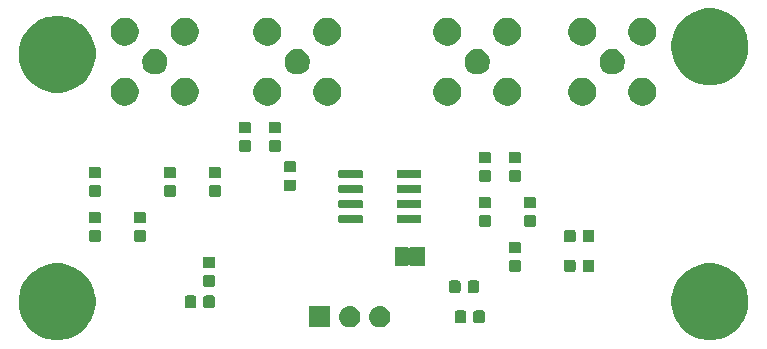
<source format=gbr>
G04 #@! TF.GenerationSoftware,KiCad,Pcbnew,(5.1.2)-2*
G04 #@! TF.CreationDate,2019-07-06T17:28:44+08:00*
G04 #@! TF.ProjectId,ADA4522,41444134-3532-4322-9e6b-696361645f70,rev?*
G04 #@! TF.SameCoordinates,Original*
G04 #@! TF.FileFunction,Soldermask,Top*
G04 #@! TF.FilePolarity,Negative*
%FSLAX46Y46*%
G04 Gerber Fmt 4.6, Leading zero omitted, Abs format (unit mm)*
G04 Created by KiCad (PCBNEW (5.1.2)-2) date 2019-07-06 17:28:44*
%MOMM*%
%LPD*%
G04 APERTURE LIST*
%ADD10C,0.100000*%
G04 APERTURE END LIST*
D10*
G36*
X175894239Y-89521467D02*
G01*
X176208282Y-89583934D01*
X176799926Y-89829001D01*
X177173432Y-90078570D01*
X177332391Y-90184783D01*
X177785217Y-90637609D01*
X177855986Y-90743523D01*
X178140999Y-91170074D01*
X178386066Y-91761718D01*
X178404336Y-91853569D01*
X178511000Y-92389803D01*
X178511000Y-93030197D01*
X178488451Y-93143557D01*
X178386066Y-93658282D01*
X178140999Y-94249926D01*
X177893599Y-94620185D01*
X177818367Y-94732779D01*
X177785216Y-94782392D01*
X177332392Y-95235216D01*
X176799926Y-95590999D01*
X176208282Y-95836066D01*
X175894239Y-95898533D01*
X175580197Y-95961000D01*
X174939803Y-95961000D01*
X174625761Y-95898533D01*
X174311718Y-95836066D01*
X173720074Y-95590999D01*
X173187608Y-95235216D01*
X172734784Y-94782392D01*
X172701634Y-94732779D01*
X172626401Y-94620185D01*
X172379001Y-94249926D01*
X172133934Y-93658282D01*
X172031549Y-93143557D01*
X172009000Y-93030197D01*
X172009000Y-92389803D01*
X172115664Y-91853569D01*
X172133934Y-91761718D01*
X172379001Y-91170074D01*
X172664014Y-90743523D01*
X172734783Y-90637609D01*
X173187609Y-90184783D01*
X173346568Y-90078570D01*
X173720074Y-89829001D01*
X174311718Y-89583934D01*
X174625761Y-89521467D01*
X174939803Y-89459000D01*
X175580197Y-89459000D01*
X175894239Y-89521467D01*
X175894239Y-89521467D01*
G37*
G36*
X120649239Y-89521467D02*
G01*
X120963282Y-89583934D01*
X121554926Y-89829001D01*
X121928432Y-90078570D01*
X122087391Y-90184783D01*
X122540217Y-90637609D01*
X122610986Y-90743523D01*
X122895999Y-91170074D01*
X123141066Y-91761718D01*
X123159336Y-91853569D01*
X123266000Y-92389803D01*
X123266000Y-93030197D01*
X123243451Y-93143557D01*
X123141066Y-93658282D01*
X122895999Y-94249926D01*
X122648599Y-94620185D01*
X122573367Y-94732779D01*
X122540216Y-94782392D01*
X122087392Y-95235216D01*
X121554926Y-95590999D01*
X120963282Y-95836066D01*
X120649239Y-95898533D01*
X120335197Y-95961000D01*
X119694803Y-95961000D01*
X119380761Y-95898533D01*
X119066718Y-95836066D01*
X118475074Y-95590999D01*
X117942608Y-95235216D01*
X117489784Y-94782392D01*
X117456634Y-94732779D01*
X117381401Y-94620185D01*
X117134001Y-94249926D01*
X116888934Y-93658282D01*
X116786549Y-93143557D01*
X116764000Y-93030197D01*
X116764000Y-92389803D01*
X116870664Y-91853569D01*
X116888934Y-91761718D01*
X117134001Y-91170074D01*
X117419014Y-90743523D01*
X117489783Y-90637609D01*
X117942609Y-90184783D01*
X118101568Y-90078570D01*
X118475074Y-89829001D01*
X119066718Y-89583934D01*
X119380761Y-89521467D01*
X119694803Y-89459000D01*
X120335197Y-89459000D01*
X120649239Y-89521467D01*
X120649239Y-89521467D01*
G37*
G36*
X147427412Y-93085220D02*
G01*
X147496627Y-93092037D01*
X147666466Y-93143557D01*
X147822991Y-93227222D01*
X147858729Y-93256552D01*
X147960186Y-93339814D01*
X148043448Y-93441271D01*
X148072778Y-93477009D01*
X148156443Y-93633534D01*
X148207963Y-93803373D01*
X148225359Y-93980000D01*
X148207963Y-94156627D01*
X148156443Y-94326466D01*
X148072778Y-94482991D01*
X148057746Y-94501307D01*
X147960186Y-94620186D01*
X147858729Y-94703448D01*
X147822991Y-94732778D01*
X147666466Y-94816443D01*
X147496627Y-94867963D01*
X147430443Y-94874481D01*
X147364260Y-94881000D01*
X147275740Y-94881000D01*
X147209557Y-94874481D01*
X147143373Y-94867963D01*
X146973534Y-94816443D01*
X146817009Y-94732778D01*
X146781271Y-94703448D01*
X146679814Y-94620186D01*
X146582254Y-94501307D01*
X146567222Y-94482991D01*
X146483557Y-94326466D01*
X146432037Y-94156627D01*
X146414641Y-93980000D01*
X146432037Y-93803373D01*
X146483557Y-93633534D01*
X146567222Y-93477009D01*
X146596552Y-93441271D01*
X146679814Y-93339814D01*
X146781271Y-93256552D01*
X146817009Y-93227222D01*
X146973534Y-93143557D01*
X147143373Y-93092037D01*
X147212588Y-93085220D01*
X147275740Y-93079000D01*
X147364260Y-93079000D01*
X147427412Y-93085220D01*
X147427412Y-93085220D01*
G37*
G36*
X143141000Y-94881000D02*
G01*
X141339000Y-94881000D01*
X141339000Y-93079000D01*
X143141000Y-93079000D01*
X143141000Y-94881000D01*
X143141000Y-94881000D01*
G37*
G36*
X144887412Y-93085220D02*
G01*
X144956627Y-93092037D01*
X145126466Y-93143557D01*
X145282991Y-93227222D01*
X145318729Y-93256552D01*
X145420186Y-93339814D01*
X145503448Y-93441271D01*
X145532778Y-93477009D01*
X145616443Y-93633534D01*
X145667963Y-93803373D01*
X145685359Y-93980000D01*
X145667963Y-94156627D01*
X145616443Y-94326466D01*
X145532778Y-94482991D01*
X145517746Y-94501307D01*
X145420186Y-94620186D01*
X145318729Y-94703448D01*
X145282991Y-94732778D01*
X145126466Y-94816443D01*
X144956627Y-94867963D01*
X144890443Y-94874481D01*
X144824260Y-94881000D01*
X144735740Y-94881000D01*
X144669557Y-94874481D01*
X144603373Y-94867963D01*
X144433534Y-94816443D01*
X144277009Y-94732778D01*
X144241271Y-94703448D01*
X144139814Y-94620186D01*
X144042254Y-94501307D01*
X144027222Y-94482991D01*
X143943557Y-94326466D01*
X143892037Y-94156627D01*
X143874641Y-93980000D01*
X143892037Y-93803373D01*
X143943557Y-93633534D01*
X144027222Y-93477009D01*
X144056552Y-93441271D01*
X144139814Y-93339814D01*
X144241271Y-93256552D01*
X144277009Y-93227222D01*
X144433534Y-93143557D01*
X144603373Y-93092037D01*
X144672588Y-93085220D01*
X144735740Y-93079000D01*
X144824260Y-93079000D01*
X144887412Y-93085220D01*
X144887412Y-93085220D01*
G37*
G36*
X156069591Y-93458085D02*
G01*
X156103569Y-93468393D01*
X156134890Y-93485134D01*
X156162339Y-93507661D01*
X156184866Y-93535110D01*
X156201607Y-93566431D01*
X156211915Y-93600409D01*
X156216000Y-93641890D01*
X156216000Y-94318110D01*
X156211915Y-94359591D01*
X156201607Y-94393569D01*
X156184866Y-94424890D01*
X156162339Y-94452339D01*
X156134890Y-94474866D01*
X156103569Y-94491607D01*
X156069591Y-94501915D01*
X156028110Y-94506000D01*
X155426890Y-94506000D01*
X155385409Y-94501915D01*
X155351431Y-94491607D01*
X155320110Y-94474866D01*
X155292661Y-94452339D01*
X155270134Y-94424890D01*
X155253393Y-94393569D01*
X155243085Y-94359591D01*
X155239000Y-94318110D01*
X155239000Y-93641890D01*
X155243085Y-93600409D01*
X155253393Y-93566431D01*
X155270134Y-93535110D01*
X155292661Y-93507661D01*
X155320110Y-93485134D01*
X155351431Y-93468393D01*
X155385409Y-93458085D01*
X155426890Y-93454000D01*
X156028110Y-93454000D01*
X156069591Y-93458085D01*
X156069591Y-93458085D01*
G37*
G36*
X154494591Y-93458085D02*
G01*
X154528569Y-93468393D01*
X154559890Y-93485134D01*
X154587339Y-93507661D01*
X154609866Y-93535110D01*
X154626607Y-93566431D01*
X154636915Y-93600409D01*
X154641000Y-93641890D01*
X154641000Y-94318110D01*
X154636915Y-94359591D01*
X154626607Y-94393569D01*
X154609866Y-94424890D01*
X154587339Y-94452339D01*
X154559890Y-94474866D01*
X154528569Y-94491607D01*
X154494591Y-94501915D01*
X154453110Y-94506000D01*
X153851890Y-94506000D01*
X153810409Y-94501915D01*
X153776431Y-94491607D01*
X153745110Y-94474866D01*
X153717661Y-94452339D01*
X153695134Y-94424890D01*
X153678393Y-94393569D01*
X153668085Y-94359591D01*
X153664000Y-94318110D01*
X153664000Y-93641890D01*
X153668085Y-93600409D01*
X153678393Y-93566431D01*
X153695134Y-93535110D01*
X153717661Y-93507661D01*
X153745110Y-93485134D01*
X153776431Y-93468393D01*
X153810409Y-93458085D01*
X153851890Y-93454000D01*
X154453110Y-93454000D01*
X154494591Y-93458085D01*
X154494591Y-93458085D01*
G37*
G36*
X131634591Y-92188085D02*
G01*
X131668569Y-92198393D01*
X131699890Y-92215134D01*
X131727339Y-92237661D01*
X131749866Y-92265110D01*
X131766607Y-92296431D01*
X131776915Y-92330409D01*
X131781000Y-92371890D01*
X131781000Y-93048110D01*
X131776915Y-93089591D01*
X131766607Y-93123569D01*
X131749866Y-93154890D01*
X131727339Y-93182339D01*
X131699890Y-93204866D01*
X131668569Y-93221607D01*
X131634591Y-93231915D01*
X131593110Y-93236000D01*
X130991890Y-93236000D01*
X130950409Y-93231915D01*
X130916431Y-93221607D01*
X130885110Y-93204866D01*
X130857661Y-93182339D01*
X130835134Y-93154890D01*
X130818393Y-93123569D01*
X130808085Y-93089591D01*
X130804000Y-93048110D01*
X130804000Y-92371890D01*
X130808085Y-92330409D01*
X130818393Y-92296431D01*
X130835134Y-92265110D01*
X130857661Y-92237661D01*
X130885110Y-92215134D01*
X130916431Y-92198393D01*
X130950409Y-92188085D01*
X130991890Y-92184000D01*
X131593110Y-92184000D01*
X131634591Y-92188085D01*
X131634591Y-92188085D01*
G37*
G36*
X133209591Y-92188085D02*
G01*
X133243569Y-92198393D01*
X133274890Y-92215134D01*
X133302339Y-92237661D01*
X133324866Y-92265110D01*
X133341607Y-92296431D01*
X133351915Y-92330409D01*
X133356000Y-92371890D01*
X133356000Y-93048110D01*
X133351915Y-93089591D01*
X133341607Y-93123569D01*
X133324866Y-93154890D01*
X133302339Y-93182339D01*
X133274890Y-93204866D01*
X133243569Y-93221607D01*
X133209591Y-93231915D01*
X133168110Y-93236000D01*
X132566890Y-93236000D01*
X132525409Y-93231915D01*
X132491431Y-93221607D01*
X132460110Y-93204866D01*
X132432661Y-93182339D01*
X132410134Y-93154890D01*
X132393393Y-93123569D01*
X132383085Y-93089591D01*
X132379000Y-93048110D01*
X132379000Y-92371890D01*
X132383085Y-92330409D01*
X132393393Y-92296431D01*
X132410134Y-92265110D01*
X132432661Y-92237661D01*
X132460110Y-92215134D01*
X132491431Y-92198393D01*
X132525409Y-92188085D01*
X132566890Y-92184000D01*
X133168110Y-92184000D01*
X133209591Y-92188085D01*
X133209591Y-92188085D01*
G37*
G36*
X154012091Y-90918085D02*
G01*
X154046069Y-90928393D01*
X154077390Y-90945134D01*
X154104839Y-90967661D01*
X154127366Y-90995110D01*
X154144107Y-91026431D01*
X154154415Y-91060409D01*
X154158500Y-91101890D01*
X154158500Y-91778110D01*
X154154415Y-91819591D01*
X154144107Y-91853569D01*
X154127366Y-91884890D01*
X154104839Y-91912339D01*
X154077390Y-91934866D01*
X154046069Y-91951607D01*
X154012091Y-91961915D01*
X153970610Y-91966000D01*
X153369390Y-91966000D01*
X153327909Y-91961915D01*
X153293931Y-91951607D01*
X153262610Y-91934866D01*
X153235161Y-91912339D01*
X153212634Y-91884890D01*
X153195893Y-91853569D01*
X153185585Y-91819591D01*
X153181500Y-91778110D01*
X153181500Y-91101890D01*
X153185585Y-91060409D01*
X153195893Y-91026431D01*
X153212634Y-90995110D01*
X153235161Y-90967661D01*
X153262610Y-90945134D01*
X153293931Y-90928393D01*
X153327909Y-90918085D01*
X153369390Y-90914000D01*
X153970610Y-90914000D01*
X154012091Y-90918085D01*
X154012091Y-90918085D01*
G37*
G36*
X155587091Y-90918085D02*
G01*
X155621069Y-90928393D01*
X155652390Y-90945134D01*
X155679839Y-90967661D01*
X155702366Y-90995110D01*
X155719107Y-91026431D01*
X155729415Y-91060409D01*
X155733500Y-91101890D01*
X155733500Y-91778110D01*
X155729415Y-91819591D01*
X155719107Y-91853569D01*
X155702366Y-91884890D01*
X155679839Y-91912339D01*
X155652390Y-91934866D01*
X155621069Y-91951607D01*
X155587091Y-91961915D01*
X155545610Y-91966000D01*
X154944390Y-91966000D01*
X154902909Y-91961915D01*
X154868931Y-91951607D01*
X154837610Y-91934866D01*
X154810161Y-91912339D01*
X154787634Y-91884890D01*
X154770893Y-91853569D01*
X154760585Y-91819591D01*
X154756500Y-91778110D01*
X154756500Y-91101890D01*
X154760585Y-91060409D01*
X154770893Y-91026431D01*
X154787634Y-90995110D01*
X154810161Y-90967661D01*
X154837610Y-90945134D01*
X154868931Y-90928393D01*
X154902909Y-90918085D01*
X154944390Y-90914000D01*
X155545610Y-90914000D01*
X155587091Y-90918085D01*
X155587091Y-90918085D01*
G37*
G36*
X133247091Y-90473085D02*
G01*
X133281069Y-90483393D01*
X133312390Y-90500134D01*
X133339839Y-90522661D01*
X133362366Y-90550110D01*
X133379107Y-90581431D01*
X133389415Y-90615409D01*
X133393500Y-90656890D01*
X133393500Y-91258110D01*
X133389415Y-91299591D01*
X133379107Y-91333569D01*
X133362366Y-91364890D01*
X133339839Y-91392339D01*
X133312390Y-91414866D01*
X133281069Y-91431607D01*
X133247091Y-91441915D01*
X133205610Y-91446000D01*
X132529390Y-91446000D01*
X132487909Y-91441915D01*
X132453931Y-91431607D01*
X132422610Y-91414866D01*
X132395161Y-91392339D01*
X132372634Y-91364890D01*
X132355893Y-91333569D01*
X132345585Y-91299591D01*
X132341500Y-91258110D01*
X132341500Y-90656890D01*
X132345585Y-90615409D01*
X132355893Y-90581431D01*
X132372634Y-90550110D01*
X132395161Y-90522661D01*
X132422610Y-90500134D01*
X132453931Y-90483393D01*
X132487909Y-90473085D01*
X132529390Y-90469000D01*
X133205610Y-90469000D01*
X133247091Y-90473085D01*
X133247091Y-90473085D01*
G37*
G36*
X165324592Y-89143086D02*
G01*
X165358570Y-89153394D01*
X165389891Y-89170135D01*
X165417340Y-89192662D01*
X165439867Y-89220111D01*
X165456608Y-89251432D01*
X165466916Y-89285410D01*
X165471001Y-89326891D01*
X165471001Y-90003111D01*
X165466916Y-90044592D01*
X165456608Y-90078570D01*
X165439867Y-90109891D01*
X165417340Y-90137340D01*
X165389891Y-90159867D01*
X165358570Y-90176608D01*
X165324592Y-90186916D01*
X165283111Y-90191001D01*
X164681891Y-90191001D01*
X164640410Y-90186916D01*
X164606432Y-90176608D01*
X164575111Y-90159867D01*
X164547662Y-90137340D01*
X164525135Y-90109891D01*
X164508394Y-90078570D01*
X164498086Y-90044592D01*
X164494001Y-90003111D01*
X164494001Y-89326891D01*
X164498086Y-89285410D01*
X164508394Y-89251432D01*
X164525135Y-89220111D01*
X164547662Y-89192662D01*
X164575111Y-89170135D01*
X164606432Y-89153394D01*
X164640410Y-89143086D01*
X164681891Y-89139001D01*
X165283111Y-89139001D01*
X165324592Y-89143086D01*
X165324592Y-89143086D01*
G37*
G36*
X163749592Y-89143086D02*
G01*
X163783570Y-89153394D01*
X163814891Y-89170135D01*
X163842340Y-89192662D01*
X163864867Y-89220111D01*
X163881608Y-89251432D01*
X163891916Y-89285410D01*
X163896001Y-89326891D01*
X163896001Y-90003111D01*
X163891916Y-90044592D01*
X163881608Y-90078570D01*
X163864867Y-90109891D01*
X163842340Y-90137340D01*
X163814891Y-90159867D01*
X163783570Y-90176608D01*
X163749592Y-90186916D01*
X163708111Y-90191001D01*
X163106891Y-90191001D01*
X163065410Y-90186916D01*
X163031432Y-90176608D01*
X163000111Y-90159867D01*
X162972662Y-90137340D01*
X162950135Y-90109891D01*
X162933394Y-90078570D01*
X162923086Y-90044592D01*
X162919001Y-90003111D01*
X162919001Y-89326891D01*
X162923086Y-89285410D01*
X162933394Y-89251432D01*
X162950135Y-89220111D01*
X162972662Y-89192662D01*
X163000111Y-89170135D01*
X163031432Y-89153394D01*
X163065410Y-89143086D01*
X163106891Y-89139001D01*
X163708111Y-89139001D01*
X163749592Y-89143086D01*
X163749592Y-89143086D01*
G37*
G36*
X159129591Y-89203085D02*
G01*
X159163569Y-89213393D01*
X159194890Y-89230134D01*
X159222339Y-89252661D01*
X159244866Y-89280110D01*
X159261607Y-89311431D01*
X159271915Y-89345409D01*
X159276000Y-89386890D01*
X159276000Y-89988110D01*
X159271915Y-90029591D01*
X159261607Y-90063569D01*
X159244866Y-90094890D01*
X159222339Y-90122339D01*
X159194890Y-90144866D01*
X159163569Y-90161607D01*
X159129591Y-90171915D01*
X159088110Y-90176000D01*
X158411890Y-90176000D01*
X158370409Y-90171915D01*
X158336431Y-90161607D01*
X158305110Y-90144866D01*
X158277661Y-90122339D01*
X158255134Y-90094890D01*
X158238393Y-90063569D01*
X158228085Y-90029591D01*
X158224000Y-89988110D01*
X158224000Y-89386890D01*
X158228085Y-89345409D01*
X158238393Y-89311431D01*
X158255134Y-89280110D01*
X158277661Y-89252661D01*
X158305110Y-89230134D01*
X158336431Y-89213393D01*
X158370409Y-89203085D01*
X158411890Y-89199000D01*
X159088110Y-89199000D01*
X159129591Y-89203085D01*
X159129591Y-89203085D01*
G37*
G36*
X133247091Y-88898085D02*
G01*
X133281069Y-88908393D01*
X133312390Y-88925134D01*
X133339839Y-88947661D01*
X133362366Y-88975110D01*
X133379107Y-89006431D01*
X133389415Y-89040409D01*
X133393500Y-89081890D01*
X133393500Y-89683110D01*
X133389415Y-89724591D01*
X133379107Y-89758569D01*
X133362366Y-89789890D01*
X133339839Y-89817339D01*
X133312390Y-89839866D01*
X133281069Y-89856607D01*
X133247091Y-89866915D01*
X133205610Y-89871000D01*
X132529390Y-89871000D01*
X132487909Y-89866915D01*
X132453931Y-89856607D01*
X132422610Y-89839866D01*
X132395161Y-89817339D01*
X132372634Y-89789890D01*
X132355893Y-89758569D01*
X132345585Y-89724591D01*
X132341500Y-89683110D01*
X132341500Y-89081890D01*
X132345585Y-89040409D01*
X132355893Y-89006431D01*
X132372634Y-88975110D01*
X132395161Y-88947661D01*
X132422610Y-88925134D01*
X132453931Y-88908393D01*
X132487909Y-88898085D01*
X132529390Y-88894000D01*
X133205610Y-88894000D01*
X133247091Y-88898085D01*
X133247091Y-88898085D01*
G37*
G36*
X149644999Y-88099737D02*
G01*
X149654608Y-88102652D01*
X149663472Y-88107390D01*
X149671212Y-88113742D01*
X149671213Y-88113743D01*
X149671237Y-88113763D01*
X149677640Y-88121573D01*
X149677677Y-88121628D01*
X149685480Y-88131147D01*
X149685511Y-88131122D01*
X149696853Y-88144972D01*
X149715779Y-88160537D01*
X149737377Y-88172111D01*
X149760819Y-88179249D01*
X149785202Y-88181676D01*
X149809591Y-88179300D01*
X149833047Y-88172211D01*
X149854670Y-88160682D01*
X149873628Y-88145157D01*
X149889193Y-88126231D01*
X149891029Y-88123175D01*
X149892418Y-88121486D01*
X149892419Y-88121484D01*
X149898801Y-88113725D01*
X149906573Y-88107360D01*
X149906575Y-88107358D01*
X149915399Y-88102654D01*
X149915438Y-88102633D01*
X149925055Y-88099727D01*
X149925085Y-88099718D01*
X149941113Y-88098148D01*
X151078860Y-88098148D01*
X151094999Y-88099737D01*
X151104608Y-88102652D01*
X151113472Y-88107390D01*
X151121237Y-88113763D01*
X151127610Y-88121528D01*
X151132348Y-88130392D01*
X151135263Y-88140001D01*
X151136852Y-88156140D01*
X151136852Y-89643860D01*
X151135263Y-89659999D01*
X151132348Y-89669608D01*
X151127610Y-89678472D01*
X151121237Y-89686237D01*
X151113472Y-89692610D01*
X151104608Y-89697348D01*
X151094999Y-89700263D01*
X151078860Y-89701852D01*
X149941140Y-89701852D01*
X149925001Y-89700263D01*
X149915392Y-89697348D01*
X149906528Y-89692610D01*
X149898763Y-89686237D01*
X149888116Y-89673263D01*
X149881947Y-89664032D01*
X149864619Y-89646706D01*
X149844244Y-89633093D01*
X149821605Y-89623717D01*
X149797572Y-89618937D01*
X149773068Y-89618938D01*
X149749035Y-89623720D01*
X149726396Y-89633098D01*
X149706022Y-89646713D01*
X149688696Y-89664041D01*
X149681825Y-89673317D01*
X149677640Y-89678427D01*
X149671275Y-89686199D01*
X149663516Y-89692581D01*
X149654661Y-89697326D01*
X149651623Y-89698251D01*
X149645085Y-89700242D01*
X149645082Y-89700242D01*
X149645050Y-89700252D01*
X149635000Y-89701247D01*
X149634935Y-89701247D01*
X149628825Y-89701852D01*
X148641140Y-89701852D01*
X148625001Y-89700263D01*
X148615392Y-89697348D01*
X148606528Y-89692610D01*
X148598763Y-89686237D01*
X148592390Y-89678472D01*
X148587652Y-89669608D01*
X148584737Y-89659999D01*
X148583148Y-89643860D01*
X148583148Y-88156140D01*
X148584737Y-88140001D01*
X148587652Y-88130392D01*
X148592390Y-88121528D01*
X148598763Y-88113763D01*
X148606528Y-88107390D01*
X148615392Y-88102652D01*
X148625001Y-88099737D01*
X148641140Y-88098148D01*
X149628860Y-88098148D01*
X149644999Y-88099737D01*
X149644999Y-88099737D01*
G37*
G36*
X159129591Y-87628085D02*
G01*
X159163569Y-87638393D01*
X159194890Y-87655134D01*
X159222339Y-87677661D01*
X159244866Y-87705110D01*
X159261607Y-87736431D01*
X159271915Y-87770409D01*
X159276000Y-87811890D01*
X159276000Y-88413110D01*
X159271915Y-88454591D01*
X159261607Y-88488569D01*
X159244866Y-88519890D01*
X159222339Y-88547339D01*
X159194890Y-88569866D01*
X159163569Y-88586607D01*
X159129591Y-88596915D01*
X159088110Y-88601000D01*
X158411890Y-88601000D01*
X158370409Y-88596915D01*
X158336431Y-88586607D01*
X158305110Y-88569866D01*
X158277661Y-88547339D01*
X158255134Y-88519890D01*
X158238393Y-88488569D01*
X158228085Y-88454591D01*
X158224000Y-88413110D01*
X158224000Y-87811890D01*
X158228085Y-87770409D01*
X158238393Y-87736431D01*
X158255134Y-87705110D01*
X158277661Y-87677661D01*
X158305110Y-87655134D01*
X158336431Y-87638393D01*
X158370409Y-87628085D01*
X158411890Y-87624000D01*
X159088110Y-87624000D01*
X159129591Y-87628085D01*
X159129591Y-87628085D01*
G37*
G36*
X165324592Y-86633086D02*
G01*
X165358570Y-86643394D01*
X165389891Y-86660135D01*
X165417340Y-86682662D01*
X165439867Y-86710111D01*
X165456608Y-86741432D01*
X165466916Y-86775410D01*
X165471001Y-86816891D01*
X165471001Y-87493111D01*
X165466916Y-87534592D01*
X165456608Y-87568570D01*
X165439867Y-87599891D01*
X165417340Y-87627340D01*
X165389891Y-87649867D01*
X165358570Y-87666608D01*
X165324592Y-87676916D01*
X165283111Y-87681001D01*
X164681891Y-87681001D01*
X164640410Y-87676916D01*
X164606432Y-87666608D01*
X164575111Y-87649867D01*
X164547662Y-87627340D01*
X164525135Y-87599891D01*
X164508394Y-87568570D01*
X164498086Y-87534592D01*
X164494001Y-87493111D01*
X164494001Y-86816891D01*
X164498086Y-86775410D01*
X164508394Y-86741432D01*
X164525135Y-86710111D01*
X164547662Y-86682662D01*
X164575111Y-86660135D01*
X164606432Y-86643394D01*
X164640410Y-86633086D01*
X164681891Y-86629001D01*
X165283111Y-86629001D01*
X165324592Y-86633086D01*
X165324592Y-86633086D01*
G37*
G36*
X163749592Y-86633086D02*
G01*
X163783570Y-86643394D01*
X163814891Y-86660135D01*
X163842340Y-86682662D01*
X163864867Y-86710111D01*
X163881608Y-86741432D01*
X163891916Y-86775410D01*
X163896001Y-86816891D01*
X163896001Y-87493111D01*
X163891916Y-87534592D01*
X163881608Y-87568570D01*
X163864867Y-87599891D01*
X163842340Y-87627340D01*
X163814891Y-87649867D01*
X163783570Y-87666608D01*
X163749592Y-87676916D01*
X163708111Y-87681001D01*
X163106891Y-87681001D01*
X163065410Y-87676916D01*
X163031432Y-87666608D01*
X163000111Y-87649867D01*
X162972662Y-87627340D01*
X162950135Y-87599891D01*
X162933394Y-87568570D01*
X162923086Y-87534592D01*
X162919001Y-87493111D01*
X162919001Y-86816891D01*
X162923086Y-86775410D01*
X162933394Y-86741432D01*
X162950135Y-86710111D01*
X162972662Y-86682662D01*
X163000111Y-86660135D01*
X163031432Y-86643394D01*
X163065410Y-86633086D01*
X163106891Y-86629001D01*
X163708111Y-86629001D01*
X163749592Y-86633086D01*
X163749592Y-86633086D01*
G37*
G36*
X123569591Y-86663085D02*
G01*
X123603569Y-86673393D01*
X123634890Y-86690134D01*
X123662339Y-86712661D01*
X123684866Y-86740110D01*
X123701607Y-86771431D01*
X123711915Y-86805409D01*
X123716000Y-86846890D01*
X123716000Y-87448110D01*
X123711915Y-87489591D01*
X123701607Y-87523569D01*
X123684866Y-87554890D01*
X123662339Y-87582339D01*
X123634890Y-87604866D01*
X123603569Y-87621607D01*
X123569591Y-87631915D01*
X123528110Y-87636000D01*
X122851890Y-87636000D01*
X122810409Y-87631915D01*
X122776431Y-87621607D01*
X122745110Y-87604866D01*
X122717661Y-87582339D01*
X122695134Y-87554890D01*
X122678393Y-87523569D01*
X122668085Y-87489591D01*
X122664000Y-87448110D01*
X122664000Y-86846890D01*
X122668085Y-86805409D01*
X122678393Y-86771431D01*
X122695134Y-86740110D01*
X122717661Y-86712661D01*
X122745110Y-86690134D01*
X122776431Y-86673393D01*
X122810409Y-86663085D01*
X122851890Y-86659000D01*
X123528110Y-86659000D01*
X123569591Y-86663085D01*
X123569591Y-86663085D01*
G37*
G36*
X127379591Y-86663085D02*
G01*
X127413569Y-86673393D01*
X127444890Y-86690134D01*
X127472339Y-86712661D01*
X127494866Y-86740110D01*
X127511607Y-86771431D01*
X127521915Y-86805409D01*
X127526000Y-86846890D01*
X127526000Y-87448110D01*
X127521915Y-87489591D01*
X127511607Y-87523569D01*
X127494866Y-87554890D01*
X127472339Y-87582339D01*
X127444890Y-87604866D01*
X127413569Y-87621607D01*
X127379591Y-87631915D01*
X127338110Y-87636000D01*
X126661890Y-87636000D01*
X126620409Y-87631915D01*
X126586431Y-87621607D01*
X126555110Y-87604866D01*
X126527661Y-87582339D01*
X126505134Y-87554890D01*
X126488393Y-87523569D01*
X126478085Y-87489591D01*
X126474000Y-87448110D01*
X126474000Y-86846890D01*
X126478085Y-86805409D01*
X126488393Y-86771431D01*
X126505134Y-86740110D01*
X126527661Y-86712661D01*
X126555110Y-86690134D01*
X126586431Y-86673393D01*
X126620409Y-86663085D01*
X126661890Y-86659000D01*
X127338110Y-86659000D01*
X127379591Y-86663085D01*
X127379591Y-86663085D01*
G37*
G36*
X156589591Y-85393085D02*
G01*
X156623569Y-85403393D01*
X156654890Y-85420134D01*
X156682339Y-85442661D01*
X156704866Y-85470110D01*
X156721607Y-85501431D01*
X156731915Y-85535409D01*
X156736000Y-85576890D01*
X156736000Y-86178110D01*
X156731915Y-86219591D01*
X156721607Y-86253569D01*
X156704866Y-86284890D01*
X156682339Y-86312339D01*
X156654890Y-86334866D01*
X156623569Y-86351607D01*
X156589591Y-86361915D01*
X156548110Y-86366000D01*
X155871890Y-86366000D01*
X155830409Y-86361915D01*
X155796431Y-86351607D01*
X155765110Y-86334866D01*
X155737661Y-86312339D01*
X155715134Y-86284890D01*
X155698393Y-86253569D01*
X155688085Y-86219591D01*
X155684000Y-86178110D01*
X155684000Y-85576890D01*
X155688085Y-85535409D01*
X155698393Y-85501431D01*
X155715134Y-85470110D01*
X155737661Y-85442661D01*
X155765110Y-85420134D01*
X155796431Y-85403393D01*
X155830409Y-85393085D01*
X155871890Y-85389000D01*
X156548110Y-85389000D01*
X156589591Y-85393085D01*
X156589591Y-85393085D01*
G37*
G36*
X160399591Y-85393085D02*
G01*
X160433569Y-85403393D01*
X160464890Y-85420134D01*
X160492339Y-85442661D01*
X160514866Y-85470110D01*
X160531607Y-85501431D01*
X160541915Y-85535409D01*
X160546000Y-85576890D01*
X160546000Y-86178110D01*
X160541915Y-86219591D01*
X160531607Y-86253569D01*
X160514866Y-86284890D01*
X160492339Y-86312339D01*
X160464890Y-86334866D01*
X160433569Y-86351607D01*
X160399591Y-86361915D01*
X160358110Y-86366000D01*
X159681890Y-86366000D01*
X159640409Y-86361915D01*
X159606431Y-86351607D01*
X159575110Y-86334866D01*
X159547661Y-86312339D01*
X159525134Y-86284890D01*
X159508393Y-86253569D01*
X159498085Y-86219591D01*
X159494000Y-86178110D01*
X159494000Y-85576890D01*
X159498085Y-85535409D01*
X159508393Y-85501431D01*
X159525134Y-85470110D01*
X159547661Y-85442661D01*
X159575110Y-85420134D01*
X159606431Y-85403393D01*
X159640409Y-85393085D01*
X159681890Y-85389000D01*
X160358110Y-85389000D01*
X160399591Y-85393085D01*
X160399591Y-85393085D01*
G37*
G36*
X145779928Y-85376764D02*
G01*
X145801009Y-85383160D01*
X145820445Y-85393548D01*
X145837476Y-85407524D01*
X145851452Y-85424555D01*
X145861840Y-85443991D01*
X145868236Y-85465072D01*
X145871000Y-85493140D01*
X145871000Y-85956860D01*
X145868236Y-85984928D01*
X145861840Y-86006009D01*
X145851452Y-86025445D01*
X145837476Y-86042476D01*
X145820445Y-86056452D01*
X145801009Y-86066840D01*
X145779928Y-86073236D01*
X145751860Y-86076000D01*
X143938140Y-86076000D01*
X143910072Y-86073236D01*
X143888991Y-86066840D01*
X143869555Y-86056452D01*
X143852524Y-86042476D01*
X143838548Y-86025445D01*
X143828160Y-86006009D01*
X143821764Y-85984928D01*
X143819000Y-85956860D01*
X143819000Y-85493140D01*
X143821764Y-85465072D01*
X143828160Y-85443991D01*
X143838548Y-85424555D01*
X143852524Y-85407524D01*
X143869555Y-85393548D01*
X143888991Y-85383160D01*
X143910072Y-85376764D01*
X143938140Y-85374000D01*
X145751860Y-85374000D01*
X145779928Y-85376764D01*
X145779928Y-85376764D01*
G37*
G36*
X150729928Y-85376764D02*
G01*
X150751009Y-85383160D01*
X150770445Y-85393548D01*
X150787476Y-85407524D01*
X150801452Y-85424555D01*
X150811840Y-85443991D01*
X150818236Y-85465072D01*
X150821000Y-85493140D01*
X150821000Y-85956860D01*
X150818236Y-85984928D01*
X150811840Y-86006009D01*
X150801452Y-86025445D01*
X150787476Y-86042476D01*
X150770445Y-86056452D01*
X150751009Y-86066840D01*
X150729928Y-86073236D01*
X150701860Y-86076000D01*
X148888140Y-86076000D01*
X148860072Y-86073236D01*
X148838991Y-86066840D01*
X148819555Y-86056452D01*
X148802524Y-86042476D01*
X148788548Y-86025445D01*
X148778160Y-86006009D01*
X148771764Y-85984928D01*
X148769000Y-85956860D01*
X148769000Y-85493140D01*
X148771764Y-85465072D01*
X148778160Y-85443991D01*
X148788548Y-85424555D01*
X148802524Y-85407524D01*
X148819555Y-85393548D01*
X148838991Y-85383160D01*
X148860072Y-85376764D01*
X148888140Y-85374000D01*
X150701860Y-85374000D01*
X150729928Y-85376764D01*
X150729928Y-85376764D01*
G37*
G36*
X123569591Y-85088085D02*
G01*
X123603569Y-85098393D01*
X123634890Y-85115134D01*
X123662339Y-85137661D01*
X123684866Y-85165110D01*
X123701607Y-85196431D01*
X123711915Y-85230409D01*
X123716000Y-85271890D01*
X123716000Y-85873110D01*
X123711915Y-85914591D01*
X123701607Y-85948569D01*
X123684866Y-85979890D01*
X123662339Y-86007339D01*
X123634890Y-86029866D01*
X123603569Y-86046607D01*
X123569591Y-86056915D01*
X123528110Y-86061000D01*
X122851890Y-86061000D01*
X122810409Y-86056915D01*
X122776431Y-86046607D01*
X122745110Y-86029866D01*
X122717661Y-86007339D01*
X122695134Y-85979890D01*
X122678393Y-85948569D01*
X122668085Y-85914591D01*
X122664000Y-85873110D01*
X122664000Y-85271890D01*
X122668085Y-85230409D01*
X122678393Y-85196431D01*
X122695134Y-85165110D01*
X122717661Y-85137661D01*
X122745110Y-85115134D01*
X122776431Y-85098393D01*
X122810409Y-85088085D01*
X122851890Y-85084000D01*
X123528110Y-85084000D01*
X123569591Y-85088085D01*
X123569591Y-85088085D01*
G37*
G36*
X127379591Y-85088085D02*
G01*
X127413569Y-85098393D01*
X127444890Y-85115134D01*
X127472339Y-85137661D01*
X127494866Y-85165110D01*
X127511607Y-85196431D01*
X127521915Y-85230409D01*
X127526000Y-85271890D01*
X127526000Y-85873110D01*
X127521915Y-85914591D01*
X127511607Y-85948569D01*
X127494866Y-85979890D01*
X127472339Y-86007339D01*
X127444890Y-86029866D01*
X127413569Y-86046607D01*
X127379591Y-86056915D01*
X127338110Y-86061000D01*
X126661890Y-86061000D01*
X126620409Y-86056915D01*
X126586431Y-86046607D01*
X126555110Y-86029866D01*
X126527661Y-86007339D01*
X126505134Y-85979890D01*
X126488393Y-85948569D01*
X126478085Y-85914591D01*
X126474000Y-85873110D01*
X126474000Y-85271890D01*
X126478085Y-85230409D01*
X126488393Y-85196431D01*
X126505134Y-85165110D01*
X126527661Y-85137661D01*
X126555110Y-85115134D01*
X126586431Y-85098393D01*
X126620409Y-85088085D01*
X126661890Y-85084000D01*
X127338110Y-85084000D01*
X127379591Y-85088085D01*
X127379591Y-85088085D01*
G37*
G36*
X150729928Y-84106764D02*
G01*
X150751009Y-84113160D01*
X150770445Y-84123548D01*
X150787476Y-84137524D01*
X150801452Y-84154555D01*
X150811840Y-84173991D01*
X150818236Y-84195072D01*
X150821000Y-84223140D01*
X150821000Y-84686860D01*
X150818236Y-84714928D01*
X150811840Y-84736009D01*
X150801452Y-84755445D01*
X150787476Y-84772476D01*
X150770445Y-84786452D01*
X150751009Y-84796840D01*
X150729928Y-84803236D01*
X150701860Y-84806000D01*
X148888140Y-84806000D01*
X148860072Y-84803236D01*
X148838991Y-84796840D01*
X148819555Y-84786452D01*
X148802524Y-84772476D01*
X148788548Y-84755445D01*
X148778160Y-84736009D01*
X148771764Y-84714928D01*
X148769000Y-84686860D01*
X148769000Y-84223140D01*
X148771764Y-84195072D01*
X148778160Y-84173991D01*
X148788548Y-84154555D01*
X148802524Y-84137524D01*
X148819555Y-84123548D01*
X148838991Y-84113160D01*
X148860072Y-84106764D01*
X148888140Y-84104000D01*
X150701860Y-84104000D01*
X150729928Y-84106764D01*
X150729928Y-84106764D01*
G37*
G36*
X145779928Y-84106764D02*
G01*
X145801009Y-84113160D01*
X145820445Y-84123548D01*
X145837476Y-84137524D01*
X145851452Y-84154555D01*
X145861840Y-84173991D01*
X145868236Y-84195072D01*
X145871000Y-84223140D01*
X145871000Y-84686860D01*
X145868236Y-84714928D01*
X145861840Y-84736009D01*
X145851452Y-84755445D01*
X145837476Y-84772476D01*
X145820445Y-84786452D01*
X145801009Y-84796840D01*
X145779928Y-84803236D01*
X145751860Y-84806000D01*
X143938140Y-84806000D01*
X143910072Y-84803236D01*
X143888991Y-84796840D01*
X143869555Y-84786452D01*
X143852524Y-84772476D01*
X143838548Y-84755445D01*
X143828160Y-84736009D01*
X143821764Y-84714928D01*
X143819000Y-84686860D01*
X143819000Y-84223140D01*
X143821764Y-84195072D01*
X143828160Y-84173991D01*
X143838548Y-84154555D01*
X143852524Y-84137524D01*
X143869555Y-84123548D01*
X143888991Y-84113160D01*
X143910072Y-84106764D01*
X143938140Y-84104000D01*
X145751860Y-84104000D01*
X145779928Y-84106764D01*
X145779928Y-84106764D01*
G37*
G36*
X156589591Y-83818085D02*
G01*
X156623569Y-83828393D01*
X156654890Y-83845134D01*
X156682339Y-83867661D01*
X156704866Y-83895110D01*
X156721607Y-83926431D01*
X156731915Y-83960409D01*
X156736000Y-84001890D01*
X156736000Y-84603110D01*
X156731915Y-84644591D01*
X156721607Y-84678569D01*
X156704866Y-84709890D01*
X156682339Y-84737339D01*
X156654890Y-84759866D01*
X156623569Y-84776607D01*
X156589591Y-84786915D01*
X156548110Y-84791000D01*
X155871890Y-84791000D01*
X155830409Y-84786915D01*
X155796431Y-84776607D01*
X155765110Y-84759866D01*
X155737661Y-84737339D01*
X155715134Y-84709890D01*
X155698393Y-84678569D01*
X155688085Y-84644591D01*
X155684000Y-84603110D01*
X155684000Y-84001890D01*
X155688085Y-83960409D01*
X155698393Y-83926431D01*
X155715134Y-83895110D01*
X155737661Y-83867661D01*
X155765110Y-83845134D01*
X155796431Y-83828393D01*
X155830409Y-83818085D01*
X155871890Y-83814000D01*
X156548110Y-83814000D01*
X156589591Y-83818085D01*
X156589591Y-83818085D01*
G37*
G36*
X160399591Y-83818085D02*
G01*
X160433569Y-83828393D01*
X160464890Y-83845134D01*
X160492339Y-83867661D01*
X160514866Y-83895110D01*
X160531607Y-83926431D01*
X160541915Y-83960409D01*
X160546000Y-84001890D01*
X160546000Y-84603110D01*
X160541915Y-84644591D01*
X160531607Y-84678569D01*
X160514866Y-84709890D01*
X160492339Y-84737339D01*
X160464890Y-84759866D01*
X160433569Y-84776607D01*
X160399591Y-84786915D01*
X160358110Y-84791000D01*
X159681890Y-84791000D01*
X159640409Y-84786915D01*
X159606431Y-84776607D01*
X159575110Y-84759866D01*
X159547661Y-84737339D01*
X159525134Y-84709890D01*
X159508393Y-84678569D01*
X159498085Y-84644591D01*
X159494000Y-84603110D01*
X159494000Y-84001890D01*
X159498085Y-83960409D01*
X159508393Y-83926431D01*
X159525134Y-83895110D01*
X159547661Y-83867661D01*
X159575110Y-83845134D01*
X159606431Y-83828393D01*
X159640409Y-83818085D01*
X159681890Y-83814000D01*
X160358110Y-83814000D01*
X160399591Y-83818085D01*
X160399591Y-83818085D01*
G37*
G36*
X123569591Y-82853085D02*
G01*
X123603569Y-82863393D01*
X123634890Y-82880134D01*
X123662339Y-82902661D01*
X123684866Y-82930110D01*
X123701607Y-82961431D01*
X123711915Y-82995409D01*
X123716000Y-83036890D01*
X123716000Y-83638110D01*
X123711915Y-83679591D01*
X123701607Y-83713569D01*
X123684866Y-83744890D01*
X123662339Y-83772339D01*
X123634890Y-83794866D01*
X123603569Y-83811607D01*
X123569591Y-83821915D01*
X123528110Y-83826000D01*
X122851890Y-83826000D01*
X122810409Y-83821915D01*
X122776431Y-83811607D01*
X122745110Y-83794866D01*
X122717661Y-83772339D01*
X122695134Y-83744890D01*
X122678393Y-83713569D01*
X122668085Y-83679591D01*
X122664000Y-83638110D01*
X122664000Y-83036890D01*
X122668085Y-82995409D01*
X122678393Y-82961431D01*
X122695134Y-82930110D01*
X122717661Y-82902661D01*
X122745110Y-82880134D01*
X122776431Y-82863393D01*
X122810409Y-82853085D01*
X122851890Y-82849000D01*
X123528110Y-82849000D01*
X123569591Y-82853085D01*
X123569591Y-82853085D01*
G37*
G36*
X129919591Y-82853085D02*
G01*
X129953569Y-82863393D01*
X129984890Y-82880134D01*
X130012339Y-82902661D01*
X130034866Y-82930110D01*
X130051607Y-82961431D01*
X130061915Y-82995409D01*
X130066000Y-83036890D01*
X130066000Y-83638110D01*
X130061915Y-83679591D01*
X130051607Y-83713569D01*
X130034866Y-83744890D01*
X130012339Y-83772339D01*
X129984890Y-83794866D01*
X129953569Y-83811607D01*
X129919591Y-83821915D01*
X129878110Y-83826000D01*
X129201890Y-83826000D01*
X129160409Y-83821915D01*
X129126431Y-83811607D01*
X129095110Y-83794866D01*
X129067661Y-83772339D01*
X129045134Y-83744890D01*
X129028393Y-83713569D01*
X129018085Y-83679591D01*
X129014000Y-83638110D01*
X129014000Y-83036890D01*
X129018085Y-82995409D01*
X129028393Y-82961431D01*
X129045134Y-82930110D01*
X129067661Y-82902661D01*
X129095110Y-82880134D01*
X129126431Y-82863393D01*
X129160409Y-82853085D01*
X129201890Y-82849000D01*
X129878110Y-82849000D01*
X129919591Y-82853085D01*
X129919591Y-82853085D01*
G37*
G36*
X133729591Y-82853085D02*
G01*
X133763569Y-82863393D01*
X133794890Y-82880134D01*
X133822339Y-82902661D01*
X133844866Y-82930110D01*
X133861607Y-82961431D01*
X133871915Y-82995409D01*
X133876000Y-83036890D01*
X133876000Y-83638110D01*
X133871915Y-83679591D01*
X133861607Y-83713569D01*
X133844866Y-83744890D01*
X133822339Y-83772339D01*
X133794890Y-83794866D01*
X133763569Y-83811607D01*
X133729591Y-83821915D01*
X133688110Y-83826000D01*
X133011890Y-83826000D01*
X132970409Y-83821915D01*
X132936431Y-83811607D01*
X132905110Y-83794866D01*
X132877661Y-83772339D01*
X132855134Y-83744890D01*
X132838393Y-83713569D01*
X132828085Y-83679591D01*
X132824000Y-83638110D01*
X132824000Y-83036890D01*
X132828085Y-82995409D01*
X132838393Y-82961431D01*
X132855134Y-82930110D01*
X132877661Y-82902661D01*
X132905110Y-82880134D01*
X132936431Y-82863393D01*
X132970409Y-82853085D01*
X133011890Y-82849000D01*
X133688110Y-82849000D01*
X133729591Y-82853085D01*
X133729591Y-82853085D01*
G37*
G36*
X145779928Y-82836764D02*
G01*
X145801009Y-82843160D01*
X145820445Y-82853548D01*
X145837476Y-82867524D01*
X145851452Y-82884555D01*
X145861840Y-82903991D01*
X145868236Y-82925072D01*
X145871000Y-82953140D01*
X145871000Y-83416860D01*
X145868236Y-83444928D01*
X145861840Y-83466009D01*
X145851452Y-83485445D01*
X145837476Y-83502476D01*
X145820445Y-83516452D01*
X145801009Y-83526840D01*
X145779928Y-83533236D01*
X145751860Y-83536000D01*
X143938140Y-83536000D01*
X143910072Y-83533236D01*
X143888991Y-83526840D01*
X143869555Y-83516452D01*
X143852524Y-83502476D01*
X143838548Y-83485445D01*
X143828160Y-83466009D01*
X143821764Y-83444928D01*
X143819000Y-83416860D01*
X143819000Y-82953140D01*
X143821764Y-82925072D01*
X143828160Y-82903991D01*
X143838548Y-82884555D01*
X143852524Y-82867524D01*
X143869555Y-82853548D01*
X143888991Y-82843160D01*
X143910072Y-82836764D01*
X143938140Y-82834000D01*
X145751860Y-82834000D01*
X145779928Y-82836764D01*
X145779928Y-82836764D01*
G37*
G36*
X150729928Y-82836764D02*
G01*
X150751009Y-82843160D01*
X150770445Y-82853548D01*
X150787476Y-82867524D01*
X150801452Y-82884555D01*
X150811840Y-82903991D01*
X150818236Y-82925072D01*
X150821000Y-82953140D01*
X150821000Y-83416860D01*
X150818236Y-83444928D01*
X150811840Y-83466009D01*
X150801452Y-83485445D01*
X150787476Y-83502476D01*
X150770445Y-83516452D01*
X150751009Y-83526840D01*
X150729928Y-83533236D01*
X150701860Y-83536000D01*
X148888140Y-83536000D01*
X148860072Y-83533236D01*
X148838991Y-83526840D01*
X148819555Y-83516452D01*
X148802524Y-83502476D01*
X148788548Y-83485445D01*
X148778160Y-83466009D01*
X148771764Y-83444928D01*
X148769000Y-83416860D01*
X148769000Y-82953140D01*
X148771764Y-82925072D01*
X148778160Y-82903991D01*
X148788548Y-82884555D01*
X148802524Y-82867524D01*
X148819555Y-82853548D01*
X148838991Y-82843160D01*
X148860072Y-82836764D01*
X148888140Y-82834000D01*
X150701860Y-82834000D01*
X150729928Y-82836764D01*
X150729928Y-82836764D01*
G37*
G36*
X140079591Y-82370585D02*
G01*
X140113569Y-82380893D01*
X140144890Y-82397634D01*
X140172339Y-82420161D01*
X140194866Y-82447610D01*
X140211607Y-82478931D01*
X140221915Y-82512909D01*
X140226000Y-82554390D01*
X140226000Y-83155610D01*
X140221915Y-83197091D01*
X140211607Y-83231069D01*
X140194866Y-83262390D01*
X140172339Y-83289839D01*
X140144890Y-83312366D01*
X140113569Y-83329107D01*
X140079591Y-83339415D01*
X140038110Y-83343500D01*
X139361890Y-83343500D01*
X139320409Y-83339415D01*
X139286431Y-83329107D01*
X139255110Y-83312366D01*
X139227661Y-83289839D01*
X139205134Y-83262390D01*
X139188393Y-83231069D01*
X139178085Y-83197091D01*
X139174000Y-83155610D01*
X139174000Y-82554390D01*
X139178085Y-82512909D01*
X139188393Y-82478931D01*
X139205134Y-82447610D01*
X139227661Y-82420161D01*
X139255110Y-82397634D01*
X139286431Y-82380893D01*
X139320409Y-82370585D01*
X139361890Y-82366500D01*
X140038110Y-82366500D01*
X140079591Y-82370585D01*
X140079591Y-82370585D01*
G37*
G36*
X156589591Y-81583085D02*
G01*
X156623569Y-81593393D01*
X156654890Y-81610134D01*
X156682339Y-81632661D01*
X156704866Y-81660110D01*
X156721607Y-81691431D01*
X156731915Y-81725409D01*
X156736000Y-81766890D01*
X156736000Y-82368110D01*
X156731915Y-82409591D01*
X156721607Y-82443569D01*
X156704866Y-82474890D01*
X156682339Y-82502339D01*
X156654890Y-82524866D01*
X156623569Y-82541607D01*
X156589591Y-82551915D01*
X156548110Y-82556000D01*
X155871890Y-82556000D01*
X155830409Y-82551915D01*
X155796431Y-82541607D01*
X155765110Y-82524866D01*
X155737661Y-82502339D01*
X155715134Y-82474890D01*
X155698393Y-82443569D01*
X155688085Y-82409591D01*
X155684000Y-82368110D01*
X155684000Y-81766890D01*
X155688085Y-81725409D01*
X155698393Y-81691431D01*
X155715134Y-81660110D01*
X155737661Y-81632661D01*
X155765110Y-81610134D01*
X155796431Y-81593393D01*
X155830409Y-81583085D01*
X155871890Y-81579000D01*
X156548110Y-81579000D01*
X156589591Y-81583085D01*
X156589591Y-81583085D01*
G37*
G36*
X159129591Y-81583085D02*
G01*
X159163569Y-81593393D01*
X159194890Y-81610134D01*
X159222339Y-81632661D01*
X159244866Y-81660110D01*
X159261607Y-81691431D01*
X159271915Y-81725409D01*
X159276000Y-81766890D01*
X159276000Y-82368110D01*
X159271915Y-82409591D01*
X159261607Y-82443569D01*
X159244866Y-82474890D01*
X159222339Y-82502339D01*
X159194890Y-82524866D01*
X159163569Y-82541607D01*
X159129591Y-82551915D01*
X159088110Y-82556000D01*
X158411890Y-82556000D01*
X158370409Y-82551915D01*
X158336431Y-82541607D01*
X158305110Y-82524866D01*
X158277661Y-82502339D01*
X158255134Y-82474890D01*
X158238393Y-82443569D01*
X158228085Y-82409591D01*
X158224000Y-82368110D01*
X158224000Y-81766890D01*
X158228085Y-81725409D01*
X158238393Y-81691431D01*
X158255134Y-81660110D01*
X158277661Y-81632661D01*
X158305110Y-81610134D01*
X158336431Y-81593393D01*
X158370409Y-81583085D01*
X158411890Y-81579000D01*
X159088110Y-81579000D01*
X159129591Y-81583085D01*
X159129591Y-81583085D01*
G37*
G36*
X145779928Y-81566764D02*
G01*
X145801009Y-81573160D01*
X145820445Y-81583548D01*
X145837476Y-81597524D01*
X145851452Y-81614555D01*
X145861840Y-81633991D01*
X145868236Y-81655072D01*
X145871000Y-81683140D01*
X145871000Y-82146860D01*
X145868236Y-82174928D01*
X145861840Y-82196009D01*
X145851452Y-82215445D01*
X145837476Y-82232476D01*
X145820445Y-82246452D01*
X145801009Y-82256840D01*
X145779928Y-82263236D01*
X145751860Y-82266000D01*
X143938140Y-82266000D01*
X143910072Y-82263236D01*
X143888991Y-82256840D01*
X143869555Y-82246452D01*
X143852524Y-82232476D01*
X143838548Y-82215445D01*
X143828160Y-82196009D01*
X143821764Y-82174928D01*
X143819000Y-82146860D01*
X143819000Y-81683140D01*
X143821764Y-81655072D01*
X143828160Y-81633991D01*
X143838548Y-81614555D01*
X143852524Y-81597524D01*
X143869555Y-81583548D01*
X143888991Y-81573160D01*
X143910072Y-81566764D01*
X143938140Y-81564000D01*
X145751860Y-81564000D01*
X145779928Y-81566764D01*
X145779928Y-81566764D01*
G37*
G36*
X150729928Y-81566764D02*
G01*
X150751009Y-81573160D01*
X150770445Y-81583548D01*
X150787476Y-81597524D01*
X150801452Y-81614555D01*
X150811840Y-81633991D01*
X150818236Y-81655072D01*
X150821000Y-81683140D01*
X150821000Y-82146860D01*
X150818236Y-82174928D01*
X150811840Y-82196009D01*
X150801452Y-82215445D01*
X150787476Y-82232476D01*
X150770445Y-82246452D01*
X150751009Y-82256840D01*
X150729928Y-82263236D01*
X150701860Y-82266000D01*
X148888140Y-82266000D01*
X148860072Y-82263236D01*
X148838991Y-82256840D01*
X148819555Y-82246452D01*
X148802524Y-82232476D01*
X148788548Y-82215445D01*
X148778160Y-82196009D01*
X148771764Y-82174928D01*
X148769000Y-82146860D01*
X148769000Y-81683140D01*
X148771764Y-81655072D01*
X148778160Y-81633991D01*
X148788548Y-81614555D01*
X148802524Y-81597524D01*
X148819555Y-81583548D01*
X148838991Y-81573160D01*
X148860072Y-81566764D01*
X148888140Y-81564000D01*
X150701860Y-81564000D01*
X150729928Y-81566764D01*
X150729928Y-81566764D01*
G37*
G36*
X129919591Y-81278085D02*
G01*
X129953569Y-81288393D01*
X129984890Y-81305134D01*
X130012339Y-81327661D01*
X130034866Y-81355110D01*
X130051607Y-81386431D01*
X130061915Y-81420409D01*
X130066000Y-81461890D01*
X130066000Y-82063110D01*
X130061915Y-82104591D01*
X130051607Y-82138569D01*
X130034866Y-82169890D01*
X130012339Y-82197339D01*
X129984890Y-82219866D01*
X129953569Y-82236607D01*
X129919591Y-82246915D01*
X129878110Y-82251000D01*
X129201890Y-82251000D01*
X129160409Y-82246915D01*
X129126431Y-82236607D01*
X129095110Y-82219866D01*
X129067661Y-82197339D01*
X129045134Y-82169890D01*
X129028393Y-82138569D01*
X129018085Y-82104591D01*
X129014000Y-82063110D01*
X129014000Y-81461890D01*
X129018085Y-81420409D01*
X129028393Y-81386431D01*
X129045134Y-81355110D01*
X129067661Y-81327661D01*
X129095110Y-81305134D01*
X129126431Y-81288393D01*
X129160409Y-81278085D01*
X129201890Y-81274000D01*
X129878110Y-81274000D01*
X129919591Y-81278085D01*
X129919591Y-81278085D01*
G37*
G36*
X133729591Y-81278085D02*
G01*
X133763569Y-81288393D01*
X133794890Y-81305134D01*
X133822339Y-81327661D01*
X133844866Y-81355110D01*
X133861607Y-81386431D01*
X133871915Y-81420409D01*
X133876000Y-81461890D01*
X133876000Y-82063110D01*
X133871915Y-82104591D01*
X133861607Y-82138569D01*
X133844866Y-82169890D01*
X133822339Y-82197339D01*
X133794890Y-82219866D01*
X133763569Y-82236607D01*
X133729591Y-82246915D01*
X133688110Y-82251000D01*
X133011890Y-82251000D01*
X132970409Y-82246915D01*
X132936431Y-82236607D01*
X132905110Y-82219866D01*
X132877661Y-82197339D01*
X132855134Y-82169890D01*
X132838393Y-82138569D01*
X132828085Y-82104591D01*
X132824000Y-82063110D01*
X132824000Y-81461890D01*
X132828085Y-81420409D01*
X132838393Y-81386431D01*
X132855134Y-81355110D01*
X132877661Y-81327661D01*
X132905110Y-81305134D01*
X132936431Y-81288393D01*
X132970409Y-81278085D01*
X133011890Y-81274000D01*
X133688110Y-81274000D01*
X133729591Y-81278085D01*
X133729591Y-81278085D01*
G37*
G36*
X123569591Y-81278085D02*
G01*
X123603569Y-81288393D01*
X123634890Y-81305134D01*
X123662339Y-81327661D01*
X123684866Y-81355110D01*
X123701607Y-81386431D01*
X123711915Y-81420409D01*
X123716000Y-81461890D01*
X123716000Y-82063110D01*
X123711915Y-82104591D01*
X123701607Y-82138569D01*
X123684866Y-82169890D01*
X123662339Y-82197339D01*
X123634890Y-82219866D01*
X123603569Y-82236607D01*
X123569591Y-82246915D01*
X123528110Y-82251000D01*
X122851890Y-82251000D01*
X122810409Y-82246915D01*
X122776431Y-82236607D01*
X122745110Y-82219866D01*
X122717661Y-82197339D01*
X122695134Y-82169890D01*
X122678393Y-82138569D01*
X122668085Y-82104591D01*
X122664000Y-82063110D01*
X122664000Y-81461890D01*
X122668085Y-81420409D01*
X122678393Y-81386431D01*
X122695134Y-81355110D01*
X122717661Y-81327661D01*
X122745110Y-81305134D01*
X122776431Y-81288393D01*
X122810409Y-81278085D01*
X122851890Y-81274000D01*
X123528110Y-81274000D01*
X123569591Y-81278085D01*
X123569591Y-81278085D01*
G37*
G36*
X140079591Y-80795585D02*
G01*
X140113569Y-80805893D01*
X140144890Y-80822634D01*
X140172339Y-80845161D01*
X140194866Y-80872610D01*
X140211607Y-80903931D01*
X140221915Y-80937909D01*
X140226000Y-80979390D01*
X140226000Y-81580610D01*
X140221915Y-81622091D01*
X140211607Y-81656069D01*
X140194866Y-81687390D01*
X140172339Y-81714839D01*
X140144890Y-81737366D01*
X140113569Y-81754107D01*
X140079591Y-81764415D01*
X140038110Y-81768500D01*
X139361890Y-81768500D01*
X139320409Y-81764415D01*
X139286431Y-81754107D01*
X139255110Y-81737366D01*
X139227661Y-81714839D01*
X139205134Y-81687390D01*
X139188393Y-81656069D01*
X139178085Y-81622091D01*
X139174000Y-81580610D01*
X139174000Y-80979390D01*
X139178085Y-80937909D01*
X139188393Y-80903931D01*
X139205134Y-80872610D01*
X139227661Y-80845161D01*
X139255110Y-80822634D01*
X139286431Y-80805893D01*
X139320409Y-80795585D01*
X139361890Y-80791500D01*
X140038110Y-80791500D01*
X140079591Y-80795585D01*
X140079591Y-80795585D01*
G37*
G36*
X156589591Y-80008085D02*
G01*
X156623569Y-80018393D01*
X156654890Y-80035134D01*
X156682339Y-80057661D01*
X156704866Y-80085110D01*
X156721607Y-80116431D01*
X156731915Y-80150409D01*
X156736000Y-80191890D01*
X156736000Y-80793110D01*
X156731915Y-80834591D01*
X156721607Y-80868569D01*
X156704866Y-80899890D01*
X156682339Y-80927339D01*
X156654890Y-80949866D01*
X156623569Y-80966607D01*
X156589591Y-80976915D01*
X156548110Y-80981000D01*
X155871890Y-80981000D01*
X155830409Y-80976915D01*
X155796431Y-80966607D01*
X155765110Y-80949866D01*
X155737661Y-80927339D01*
X155715134Y-80899890D01*
X155698393Y-80868569D01*
X155688085Y-80834591D01*
X155684000Y-80793110D01*
X155684000Y-80191890D01*
X155688085Y-80150409D01*
X155698393Y-80116431D01*
X155715134Y-80085110D01*
X155737661Y-80057661D01*
X155765110Y-80035134D01*
X155796431Y-80018393D01*
X155830409Y-80008085D01*
X155871890Y-80004000D01*
X156548110Y-80004000D01*
X156589591Y-80008085D01*
X156589591Y-80008085D01*
G37*
G36*
X159129591Y-80008085D02*
G01*
X159163569Y-80018393D01*
X159194890Y-80035134D01*
X159222339Y-80057661D01*
X159244866Y-80085110D01*
X159261607Y-80116431D01*
X159271915Y-80150409D01*
X159276000Y-80191890D01*
X159276000Y-80793110D01*
X159271915Y-80834591D01*
X159261607Y-80868569D01*
X159244866Y-80899890D01*
X159222339Y-80927339D01*
X159194890Y-80949866D01*
X159163569Y-80966607D01*
X159129591Y-80976915D01*
X159088110Y-80981000D01*
X158411890Y-80981000D01*
X158370409Y-80976915D01*
X158336431Y-80966607D01*
X158305110Y-80949866D01*
X158277661Y-80927339D01*
X158255134Y-80899890D01*
X158238393Y-80868569D01*
X158228085Y-80834591D01*
X158224000Y-80793110D01*
X158224000Y-80191890D01*
X158228085Y-80150409D01*
X158238393Y-80116431D01*
X158255134Y-80085110D01*
X158277661Y-80057661D01*
X158305110Y-80035134D01*
X158336431Y-80018393D01*
X158370409Y-80008085D01*
X158411890Y-80004000D01*
X159088110Y-80004000D01*
X159129591Y-80008085D01*
X159129591Y-80008085D01*
G37*
G36*
X136269591Y-79043085D02*
G01*
X136303569Y-79053393D01*
X136334890Y-79070134D01*
X136362339Y-79092661D01*
X136384866Y-79120110D01*
X136401607Y-79151431D01*
X136411915Y-79185409D01*
X136416000Y-79226890D01*
X136416000Y-79828110D01*
X136411915Y-79869591D01*
X136401607Y-79903569D01*
X136384866Y-79934890D01*
X136362339Y-79962339D01*
X136334890Y-79984866D01*
X136303569Y-80001607D01*
X136269591Y-80011915D01*
X136228110Y-80016000D01*
X135551890Y-80016000D01*
X135510409Y-80011915D01*
X135476431Y-80001607D01*
X135445110Y-79984866D01*
X135417661Y-79962339D01*
X135395134Y-79934890D01*
X135378393Y-79903569D01*
X135368085Y-79869591D01*
X135364000Y-79828110D01*
X135364000Y-79226890D01*
X135368085Y-79185409D01*
X135378393Y-79151431D01*
X135395134Y-79120110D01*
X135417661Y-79092661D01*
X135445110Y-79070134D01*
X135476431Y-79053393D01*
X135510409Y-79043085D01*
X135551890Y-79039000D01*
X136228110Y-79039000D01*
X136269591Y-79043085D01*
X136269591Y-79043085D01*
G37*
G36*
X138809591Y-79043085D02*
G01*
X138843569Y-79053393D01*
X138874890Y-79070134D01*
X138902339Y-79092661D01*
X138924866Y-79120110D01*
X138941607Y-79151431D01*
X138951915Y-79185409D01*
X138956000Y-79226890D01*
X138956000Y-79828110D01*
X138951915Y-79869591D01*
X138941607Y-79903569D01*
X138924866Y-79934890D01*
X138902339Y-79962339D01*
X138874890Y-79984866D01*
X138843569Y-80001607D01*
X138809591Y-80011915D01*
X138768110Y-80016000D01*
X138091890Y-80016000D01*
X138050409Y-80011915D01*
X138016431Y-80001607D01*
X137985110Y-79984866D01*
X137957661Y-79962339D01*
X137935134Y-79934890D01*
X137918393Y-79903569D01*
X137908085Y-79869591D01*
X137904000Y-79828110D01*
X137904000Y-79226890D01*
X137908085Y-79185409D01*
X137918393Y-79151431D01*
X137935134Y-79120110D01*
X137957661Y-79092661D01*
X137985110Y-79070134D01*
X138016431Y-79053393D01*
X138050409Y-79043085D01*
X138091890Y-79039000D01*
X138768110Y-79039000D01*
X138809591Y-79043085D01*
X138809591Y-79043085D01*
G37*
G36*
X136269591Y-77468085D02*
G01*
X136303569Y-77478393D01*
X136334890Y-77495134D01*
X136362339Y-77517661D01*
X136384866Y-77545110D01*
X136401607Y-77576431D01*
X136411915Y-77610409D01*
X136416000Y-77651890D01*
X136416000Y-78253110D01*
X136411915Y-78294591D01*
X136401607Y-78328569D01*
X136384866Y-78359890D01*
X136362339Y-78387339D01*
X136334890Y-78409866D01*
X136303569Y-78426607D01*
X136269591Y-78436915D01*
X136228110Y-78441000D01*
X135551890Y-78441000D01*
X135510409Y-78436915D01*
X135476431Y-78426607D01*
X135445110Y-78409866D01*
X135417661Y-78387339D01*
X135395134Y-78359890D01*
X135378393Y-78328569D01*
X135368085Y-78294591D01*
X135364000Y-78253110D01*
X135364000Y-77651890D01*
X135368085Y-77610409D01*
X135378393Y-77576431D01*
X135395134Y-77545110D01*
X135417661Y-77517661D01*
X135445110Y-77495134D01*
X135476431Y-77478393D01*
X135510409Y-77468085D01*
X135551890Y-77464000D01*
X136228110Y-77464000D01*
X136269591Y-77468085D01*
X136269591Y-77468085D01*
G37*
G36*
X138809591Y-77468085D02*
G01*
X138843569Y-77478393D01*
X138874890Y-77495134D01*
X138902339Y-77517661D01*
X138924866Y-77545110D01*
X138941607Y-77576431D01*
X138951915Y-77610409D01*
X138956000Y-77651890D01*
X138956000Y-78253110D01*
X138951915Y-78294591D01*
X138941607Y-78328569D01*
X138924866Y-78359890D01*
X138902339Y-78387339D01*
X138874890Y-78409866D01*
X138843569Y-78426607D01*
X138809591Y-78436915D01*
X138768110Y-78441000D01*
X138091890Y-78441000D01*
X138050409Y-78436915D01*
X138016431Y-78426607D01*
X137985110Y-78409866D01*
X137957661Y-78387339D01*
X137935134Y-78359890D01*
X137918393Y-78328569D01*
X137908085Y-78294591D01*
X137904000Y-78253110D01*
X137904000Y-77651890D01*
X137908085Y-77610409D01*
X137918393Y-77576431D01*
X137935134Y-77545110D01*
X137957661Y-77517661D01*
X137985110Y-77495134D01*
X138016431Y-77478393D01*
X138050409Y-77468085D01*
X138091890Y-77464000D01*
X138768110Y-77464000D01*
X138809591Y-77468085D01*
X138809591Y-77468085D01*
G37*
G36*
X169736560Y-73769064D02*
G01*
X169888027Y-73799193D01*
X170102045Y-73887842D01*
X170102046Y-73887843D01*
X170294654Y-74016539D01*
X170458461Y-74180346D01*
X170525192Y-74280216D01*
X170587158Y-74372955D01*
X170675807Y-74586973D01*
X170721000Y-74814174D01*
X170721000Y-75045826D01*
X170675807Y-75273027D01*
X170587158Y-75487045D01*
X170587157Y-75487046D01*
X170458461Y-75679654D01*
X170294654Y-75843461D01*
X170166249Y-75929258D01*
X170102045Y-75972158D01*
X169888027Y-76060807D01*
X169736560Y-76090936D01*
X169660827Y-76106000D01*
X169429173Y-76106000D01*
X169353440Y-76090936D01*
X169201973Y-76060807D01*
X168987955Y-75972158D01*
X168923751Y-75929258D01*
X168795346Y-75843461D01*
X168631539Y-75679654D01*
X168502843Y-75487046D01*
X168502842Y-75487045D01*
X168414193Y-75273027D01*
X168369000Y-75045826D01*
X168369000Y-74814174D01*
X168414193Y-74586973D01*
X168502842Y-74372955D01*
X168564808Y-74280216D01*
X168631539Y-74180346D01*
X168795346Y-74016539D01*
X168987954Y-73887843D01*
X168987955Y-73887842D01*
X169201973Y-73799193D01*
X169353440Y-73769064D01*
X169429173Y-73754000D01*
X169660827Y-73754000D01*
X169736560Y-73769064D01*
X169736560Y-73769064D01*
G37*
G36*
X164656560Y-73769064D02*
G01*
X164808027Y-73799193D01*
X165022045Y-73887842D01*
X165022046Y-73887843D01*
X165214654Y-74016539D01*
X165378461Y-74180346D01*
X165445192Y-74280216D01*
X165507158Y-74372955D01*
X165595807Y-74586973D01*
X165641000Y-74814174D01*
X165641000Y-75045826D01*
X165595807Y-75273027D01*
X165507158Y-75487045D01*
X165507157Y-75487046D01*
X165378461Y-75679654D01*
X165214654Y-75843461D01*
X165086249Y-75929258D01*
X165022045Y-75972158D01*
X164808027Y-76060807D01*
X164656560Y-76090936D01*
X164580827Y-76106000D01*
X164349173Y-76106000D01*
X164273440Y-76090936D01*
X164121973Y-76060807D01*
X163907955Y-75972158D01*
X163843751Y-75929258D01*
X163715346Y-75843461D01*
X163551539Y-75679654D01*
X163422843Y-75487046D01*
X163422842Y-75487045D01*
X163334193Y-75273027D01*
X163289000Y-75045826D01*
X163289000Y-74814174D01*
X163334193Y-74586973D01*
X163422842Y-74372955D01*
X163484808Y-74280216D01*
X163551539Y-74180346D01*
X163715346Y-74016539D01*
X163907954Y-73887843D01*
X163907955Y-73887842D01*
X164121973Y-73799193D01*
X164273440Y-73769064D01*
X164349173Y-73754000D01*
X164580827Y-73754000D01*
X164656560Y-73769064D01*
X164656560Y-73769064D01*
G37*
G36*
X158306560Y-73769064D02*
G01*
X158458027Y-73799193D01*
X158672045Y-73887842D01*
X158672046Y-73887843D01*
X158864654Y-74016539D01*
X159028461Y-74180346D01*
X159095192Y-74280216D01*
X159157158Y-74372955D01*
X159245807Y-74586973D01*
X159291000Y-74814174D01*
X159291000Y-75045826D01*
X159245807Y-75273027D01*
X159157158Y-75487045D01*
X159157157Y-75487046D01*
X159028461Y-75679654D01*
X158864654Y-75843461D01*
X158736249Y-75929258D01*
X158672045Y-75972158D01*
X158458027Y-76060807D01*
X158306560Y-76090936D01*
X158230827Y-76106000D01*
X157999173Y-76106000D01*
X157923440Y-76090936D01*
X157771973Y-76060807D01*
X157557955Y-75972158D01*
X157493751Y-75929258D01*
X157365346Y-75843461D01*
X157201539Y-75679654D01*
X157072843Y-75487046D01*
X157072842Y-75487045D01*
X156984193Y-75273027D01*
X156939000Y-75045826D01*
X156939000Y-74814174D01*
X156984193Y-74586973D01*
X157072842Y-74372955D01*
X157134808Y-74280216D01*
X157201539Y-74180346D01*
X157365346Y-74016539D01*
X157557954Y-73887843D01*
X157557955Y-73887842D01*
X157771973Y-73799193D01*
X157923440Y-73769064D01*
X157999173Y-73754000D01*
X158230827Y-73754000D01*
X158306560Y-73769064D01*
X158306560Y-73769064D01*
G37*
G36*
X137986560Y-73769064D02*
G01*
X138138027Y-73799193D01*
X138352045Y-73887842D01*
X138352046Y-73887843D01*
X138544654Y-74016539D01*
X138708461Y-74180346D01*
X138775192Y-74280216D01*
X138837158Y-74372955D01*
X138925807Y-74586973D01*
X138971000Y-74814174D01*
X138971000Y-75045826D01*
X138925807Y-75273027D01*
X138837158Y-75487045D01*
X138837157Y-75487046D01*
X138708461Y-75679654D01*
X138544654Y-75843461D01*
X138416249Y-75929258D01*
X138352045Y-75972158D01*
X138138027Y-76060807D01*
X137986560Y-76090936D01*
X137910827Y-76106000D01*
X137679173Y-76106000D01*
X137603440Y-76090936D01*
X137451973Y-76060807D01*
X137237955Y-75972158D01*
X137173751Y-75929258D01*
X137045346Y-75843461D01*
X136881539Y-75679654D01*
X136752843Y-75487046D01*
X136752842Y-75487045D01*
X136664193Y-75273027D01*
X136619000Y-75045826D01*
X136619000Y-74814174D01*
X136664193Y-74586973D01*
X136752842Y-74372955D01*
X136814808Y-74280216D01*
X136881539Y-74180346D01*
X137045346Y-74016539D01*
X137237954Y-73887843D01*
X137237955Y-73887842D01*
X137451973Y-73799193D01*
X137603440Y-73769064D01*
X137679173Y-73754000D01*
X137910827Y-73754000D01*
X137986560Y-73769064D01*
X137986560Y-73769064D01*
G37*
G36*
X131001560Y-73769064D02*
G01*
X131153027Y-73799193D01*
X131367045Y-73887842D01*
X131367046Y-73887843D01*
X131559654Y-74016539D01*
X131723461Y-74180346D01*
X131790192Y-74280216D01*
X131852158Y-74372955D01*
X131940807Y-74586973D01*
X131986000Y-74814174D01*
X131986000Y-75045826D01*
X131940807Y-75273027D01*
X131852158Y-75487045D01*
X131852157Y-75487046D01*
X131723461Y-75679654D01*
X131559654Y-75843461D01*
X131431249Y-75929258D01*
X131367045Y-75972158D01*
X131153027Y-76060807D01*
X131001560Y-76090936D01*
X130925827Y-76106000D01*
X130694173Y-76106000D01*
X130618440Y-76090936D01*
X130466973Y-76060807D01*
X130252955Y-75972158D01*
X130188751Y-75929258D01*
X130060346Y-75843461D01*
X129896539Y-75679654D01*
X129767843Y-75487046D01*
X129767842Y-75487045D01*
X129679193Y-75273027D01*
X129634000Y-75045826D01*
X129634000Y-74814174D01*
X129679193Y-74586973D01*
X129767842Y-74372955D01*
X129829808Y-74280216D01*
X129896539Y-74180346D01*
X130060346Y-74016539D01*
X130252954Y-73887843D01*
X130252955Y-73887842D01*
X130466973Y-73799193D01*
X130618440Y-73769064D01*
X130694173Y-73754000D01*
X130925827Y-73754000D01*
X131001560Y-73769064D01*
X131001560Y-73769064D01*
G37*
G36*
X125921560Y-73769064D02*
G01*
X126073027Y-73799193D01*
X126287045Y-73887842D01*
X126287046Y-73887843D01*
X126479654Y-74016539D01*
X126643461Y-74180346D01*
X126710192Y-74280216D01*
X126772158Y-74372955D01*
X126860807Y-74586973D01*
X126906000Y-74814174D01*
X126906000Y-75045826D01*
X126860807Y-75273027D01*
X126772158Y-75487045D01*
X126772157Y-75487046D01*
X126643461Y-75679654D01*
X126479654Y-75843461D01*
X126351249Y-75929258D01*
X126287045Y-75972158D01*
X126073027Y-76060807D01*
X125921560Y-76090936D01*
X125845827Y-76106000D01*
X125614173Y-76106000D01*
X125538440Y-76090936D01*
X125386973Y-76060807D01*
X125172955Y-75972158D01*
X125108751Y-75929258D01*
X124980346Y-75843461D01*
X124816539Y-75679654D01*
X124687843Y-75487046D01*
X124687842Y-75487045D01*
X124599193Y-75273027D01*
X124554000Y-75045826D01*
X124554000Y-74814174D01*
X124599193Y-74586973D01*
X124687842Y-74372955D01*
X124749808Y-74280216D01*
X124816539Y-74180346D01*
X124980346Y-74016539D01*
X125172954Y-73887843D01*
X125172955Y-73887842D01*
X125386973Y-73799193D01*
X125538440Y-73769064D01*
X125614173Y-73754000D01*
X125845827Y-73754000D01*
X125921560Y-73769064D01*
X125921560Y-73769064D01*
G37*
G36*
X153226560Y-73769064D02*
G01*
X153378027Y-73799193D01*
X153592045Y-73887842D01*
X153592046Y-73887843D01*
X153784654Y-74016539D01*
X153948461Y-74180346D01*
X154015192Y-74280216D01*
X154077158Y-74372955D01*
X154165807Y-74586973D01*
X154211000Y-74814174D01*
X154211000Y-75045826D01*
X154165807Y-75273027D01*
X154077158Y-75487045D01*
X154077157Y-75487046D01*
X153948461Y-75679654D01*
X153784654Y-75843461D01*
X153656249Y-75929258D01*
X153592045Y-75972158D01*
X153378027Y-76060807D01*
X153226560Y-76090936D01*
X153150827Y-76106000D01*
X152919173Y-76106000D01*
X152843440Y-76090936D01*
X152691973Y-76060807D01*
X152477955Y-75972158D01*
X152413751Y-75929258D01*
X152285346Y-75843461D01*
X152121539Y-75679654D01*
X151992843Y-75487046D01*
X151992842Y-75487045D01*
X151904193Y-75273027D01*
X151859000Y-75045826D01*
X151859000Y-74814174D01*
X151904193Y-74586973D01*
X151992842Y-74372955D01*
X152054808Y-74280216D01*
X152121539Y-74180346D01*
X152285346Y-74016539D01*
X152477954Y-73887843D01*
X152477955Y-73887842D01*
X152691973Y-73799193D01*
X152843440Y-73769064D01*
X152919173Y-73754000D01*
X153150827Y-73754000D01*
X153226560Y-73769064D01*
X153226560Y-73769064D01*
G37*
G36*
X143066560Y-73769064D02*
G01*
X143218027Y-73799193D01*
X143432045Y-73887842D01*
X143432046Y-73887843D01*
X143624654Y-74016539D01*
X143788461Y-74180346D01*
X143855192Y-74280216D01*
X143917158Y-74372955D01*
X144005807Y-74586973D01*
X144051000Y-74814174D01*
X144051000Y-75045826D01*
X144005807Y-75273027D01*
X143917158Y-75487045D01*
X143917157Y-75487046D01*
X143788461Y-75679654D01*
X143624654Y-75843461D01*
X143496249Y-75929258D01*
X143432045Y-75972158D01*
X143218027Y-76060807D01*
X143066560Y-76090936D01*
X142990827Y-76106000D01*
X142759173Y-76106000D01*
X142683440Y-76090936D01*
X142531973Y-76060807D01*
X142317955Y-75972158D01*
X142253751Y-75929258D01*
X142125346Y-75843461D01*
X141961539Y-75679654D01*
X141832843Y-75487046D01*
X141832842Y-75487045D01*
X141744193Y-75273027D01*
X141699000Y-75045826D01*
X141699000Y-74814174D01*
X141744193Y-74586973D01*
X141832842Y-74372955D01*
X141894808Y-74280216D01*
X141961539Y-74180346D01*
X142125346Y-74016539D01*
X142317954Y-73887843D01*
X142317955Y-73887842D01*
X142531973Y-73799193D01*
X142683440Y-73769064D01*
X142759173Y-73754000D01*
X142990827Y-73754000D01*
X143066560Y-73769064D01*
X143066560Y-73769064D01*
G37*
G36*
X120649239Y-68566467D02*
G01*
X120963282Y-68628934D01*
X121554926Y-68874001D01*
X121981477Y-69159014D01*
X122087391Y-69229783D01*
X122540217Y-69682609D01*
X122610986Y-69788523D01*
X122895999Y-70215074D01*
X123138202Y-70799804D01*
X123141066Y-70806719D01*
X123266000Y-71434803D01*
X123266000Y-72075197D01*
X123224462Y-72284022D01*
X123141066Y-72703282D01*
X122895999Y-73294926D01*
X122540216Y-73827392D01*
X122087392Y-74280216D01*
X121554926Y-74635999D01*
X120963282Y-74881066D01*
X120649239Y-74943533D01*
X120335197Y-75006000D01*
X119694803Y-75006000D01*
X119380761Y-74943533D01*
X119066718Y-74881066D01*
X118475074Y-74635999D01*
X117942608Y-74280216D01*
X117489784Y-73827392D01*
X117134001Y-73294926D01*
X116888934Y-72703282D01*
X116805538Y-72284022D01*
X116764000Y-72075197D01*
X116764000Y-71434803D01*
X116888934Y-70806719D01*
X116891798Y-70799804D01*
X117134001Y-70215074D01*
X117419014Y-69788523D01*
X117489783Y-69682609D01*
X117942609Y-69229783D01*
X118048523Y-69159014D01*
X118475074Y-68874001D01*
X119066718Y-68628934D01*
X119380761Y-68566467D01*
X119694803Y-68504000D01*
X120335197Y-68504000D01*
X120649239Y-68566467D01*
X120649239Y-68566467D01*
G37*
G36*
X175894239Y-67931467D02*
G01*
X176208282Y-67993934D01*
X176799926Y-68239001D01*
X177196524Y-68504000D01*
X177332391Y-68594783D01*
X177785217Y-69047609D01*
X177855986Y-69153523D01*
X178140999Y-69580074D01*
X178386066Y-70171718D01*
X178394690Y-70215074D01*
X178511000Y-70799803D01*
X178511000Y-71440197D01*
X178488320Y-71554216D01*
X178386066Y-72068282D01*
X178140999Y-72659926D01*
X177785216Y-73192392D01*
X177332392Y-73645216D01*
X176799926Y-74000999D01*
X176208282Y-74246066D01*
X176036598Y-74280216D01*
X175580197Y-74371000D01*
X174939803Y-74371000D01*
X174483402Y-74280216D01*
X174311718Y-74246066D01*
X173720074Y-74000999D01*
X173187608Y-73645216D01*
X172734784Y-73192392D01*
X172379001Y-72659926D01*
X172133934Y-72068282D01*
X172031680Y-71554216D01*
X172009000Y-71440197D01*
X172009000Y-70799803D01*
X172125310Y-70215074D01*
X172133934Y-70171718D01*
X172379001Y-69580074D01*
X172664014Y-69153523D01*
X172734783Y-69047609D01*
X173187609Y-68594783D01*
X173323476Y-68504000D01*
X173720074Y-68239001D01*
X174311718Y-67993934D01*
X174625761Y-67931467D01*
X174939803Y-67869000D01*
X175580197Y-67869000D01*
X175894239Y-67931467D01*
X175894239Y-67931467D01*
G37*
G36*
X155750271Y-71327783D02*
G01*
X155888858Y-71355350D01*
X156084677Y-71436461D01*
X156260910Y-71554216D01*
X156410784Y-71704090D01*
X156528539Y-71880323D01*
X156609650Y-72076142D01*
X156651000Y-72284023D01*
X156651000Y-72495977D01*
X156609650Y-72703858D01*
X156528539Y-72899677D01*
X156410784Y-73075910D01*
X156260910Y-73225784D01*
X156084677Y-73343539D01*
X155888858Y-73424650D01*
X155750271Y-73452217D01*
X155680978Y-73466000D01*
X155469022Y-73466000D01*
X155399729Y-73452217D01*
X155261142Y-73424650D01*
X155065323Y-73343539D01*
X154889090Y-73225784D01*
X154739216Y-73075910D01*
X154621461Y-72899677D01*
X154540350Y-72703858D01*
X154499000Y-72495977D01*
X154499000Y-72284023D01*
X154540350Y-72076142D01*
X154621461Y-71880323D01*
X154739216Y-71704090D01*
X154889090Y-71554216D01*
X155065323Y-71436461D01*
X155261142Y-71355350D01*
X155399729Y-71327783D01*
X155469022Y-71314000D01*
X155680978Y-71314000D01*
X155750271Y-71327783D01*
X155750271Y-71327783D01*
G37*
G36*
X140510271Y-71327783D02*
G01*
X140648858Y-71355350D01*
X140844677Y-71436461D01*
X141020910Y-71554216D01*
X141170784Y-71704090D01*
X141288539Y-71880323D01*
X141369650Y-72076142D01*
X141411000Y-72284023D01*
X141411000Y-72495977D01*
X141369650Y-72703858D01*
X141288539Y-72899677D01*
X141170784Y-73075910D01*
X141020910Y-73225784D01*
X140844677Y-73343539D01*
X140648858Y-73424650D01*
X140510271Y-73452217D01*
X140440978Y-73466000D01*
X140229022Y-73466000D01*
X140159729Y-73452217D01*
X140021142Y-73424650D01*
X139825323Y-73343539D01*
X139649090Y-73225784D01*
X139499216Y-73075910D01*
X139381461Y-72899677D01*
X139300350Y-72703858D01*
X139259000Y-72495977D01*
X139259000Y-72284023D01*
X139300350Y-72076142D01*
X139381461Y-71880323D01*
X139499216Y-71704090D01*
X139649090Y-71554216D01*
X139825323Y-71436461D01*
X140021142Y-71355350D01*
X140159729Y-71327783D01*
X140229022Y-71314000D01*
X140440978Y-71314000D01*
X140510271Y-71327783D01*
X140510271Y-71327783D01*
G37*
G36*
X128445271Y-71327783D02*
G01*
X128583858Y-71355350D01*
X128779677Y-71436461D01*
X128955910Y-71554216D01*
X129105784Y-71704090D01*
X129223539Y-71880323D01*
X129304650Y-72076142D01*
X129346000Y-72284023D01*
X129346000Y-72495977D01*
X129304650Y-72703858D01*
X129223539Y-72899677D01*
X129105784Y-73075910D01*
X128955910Y-73225784D01*
X128779677Y-73343539D01*
X128583858Y-73424650D01*
X128445271Y-73452217D01*
X128375978Y-73466000D01*
X128164022Y-73466000D01*
X128094729Y-73452217D01*
X127956142Y-73424650D01*
X127760323Y-73343539D01*
X127584090Y-73225784D01*
X127434216Y-73075910D01*
X127316461Y-72899677D01*
X127235350Y-72703858D01*
X127194000Y-72495977D01*
X127194000Y-72284023D01*
X127235350Y-72076142D01*
X127316461Y-71880323D01*
X127434216Y-71704090D01*
X127584090Y-71554216D01*
X127760323Y-71436461D01*
X127956142Y-71355350D01*
X128094729Y-71327783D01*
X128164022Y-71314000D01*
X128375978Y-71314000D01*
X128445271Y-71327783D01*
X128445271Y-71327783D01*
G37*
G36*
X167180271Y-71327783D02*
G01*
X167318858Y-71355350D01*
X167514677Y-71436461D01*
X167690910Y-71554216D01*
X167840784Y-71704090D01*
X167958539Y-71880323D01*
X168039650Y-72076142D01*
X168081000Y-72284023D01*
X168081000Y-72495977D01*
X168039650Y-72703858D01*
X167958539Y-72899677D01*
X167840784Y-73075910D01*
X167690910Y-73225784D01*
X167514677Y-73343539D01*
X167318858Y-73424650D01*
X167180271Y-73452217D01*
X167110978Y-73466000D01*
X166899022Y-73466000D01*
X166829729Y-73452217D01*
X166691142Y-73424650D01*
X166495323Y-73343539D01*
X166319090Y-73225784D01*
X166169216Y-73075910D01*
X166051461Y-72899677D01*
X165970350Y-72703858D01*
X165929000Y-72495977D01*
X165929000Y-72284023D01*
X165970350Y-72076142D01*
X166051461Y-71880323D01*
X166169216Y-71704090D01*
X166319090Y-71554216D01*
X166495323Y-71436461D01*
X166691142Y-71355350D01*
X166829729Y-71327783D01*
X166899022Y-71314000D01*
X167110978Y-71314000D01*
X167180271Y-71327783D01*
X167180271Y-71327783D01*
G37*
G36*
X153226560Y-68689064D02*
G01*
X153378027Y-68719193D01*
X153592045Y-68807842D01*
X153592046Y-68807843D01*
X153784654Y-68936539D01*
X153948461Y-69100346D01*
X154034258Y-69228751D01*
X154077158Y-69292955D01*
X154165807Y-69506973D01*
X154211000Y-69734174D01*
X154211000Y-69965826D01*
X154165807Y-70193027D01*
X154077158Y-70407045D01*
X154077157Y-70407046D01*
X153948461Y-70599654D01*
X153784654Y-70763461D01*
X153656249Y-70849258D01*
X153592045Y-70892158D01*
X153378027Y-70980807D01*
X153226560Y-71010936D01*
X153150827Y-71026000D01*
X152919173Y-71026000D01*
X152843440Y-71010936D01*
X152691973Y-70980807D01*
X152477955Y-70892158D01*
X152413751Y-70849258D01*
X152285346Y-70763461D01*
X152121539Y-70599654D01*
X151992843Y-70407046D01*
X151992842Y-70407045D01*
X151904193Y-70193027D01*
X151859000Y-69965826D01*
X151859000Y-69734174D01*
X151904193Y-69506973D01*
X151992842Y-69292955D01*
X152035742Y-69228751D01*
X152121539Y-69100346D01*
X152285346Y-68936539D01*
X152477954Y-68807843D01*
X152477955Y-68807842D01*
X152691973Y-68719193D01*
X152843440Y-68689064D01*
X152919173Y-68674000D01*
X153150827Y-68674000D01*
X153226560Y-68689064D01*
X153226560Y-68689064D01*
G37*
G36*
X158306560Y-68689064D02*
G01*
X158458027Y-68719193D01*
X158672045Y-68807842D01*
X158672046Y-68807843D01*
X158864654Y-68936539D01*
X159028461Y-69100346D01*
X159114258Y-69228751D01*
X159157158Y-69292955D01*
X159245807Y-69506973D01*
X159291000Y-69734174D01*
X159291000Y-69965826D01*
X159245807Y-70193027D01*
X159157158Y-70407045D01*
X159157157Y-70407046D01*
X159028461Y-70599654D01*
X158864654Y-70763461D01*
X158736249Y-70849258D01*
X158672045Y-70892158D01*
X158458027Y-70980807D01*
X158306560Y-71010936D01*
X158230827Y-71026000D01*
X157999173Y-71026000D01*
X157923440Y-71010936D01*
X157771973Y-70980807D01*
X157557955Y-70892158D01*
X157493751Y-70849258D01*
X157365346Y-70763461D01*
X157201539Y-70599654D01*
X157072843Y-70407046D01*
X157072842Y-70407045D01*
X156984193Y-70193027D01*
X156939000Y-69965826D01*
X156939000Y-69734174D01*
X156984193Y-69506973D01*
X157072842Y-69292955D01*
X157115742Y-69228751D01*
X157201539Y-69100346D01*
X157365346Y-68936539D01*
X157557954Y-68807843D01*
X157557955Y-68807842D01*
X157771973Y-68719193D01*
X157923440Y-68689064D01*
X157999173Y-68674000D01*
X158230827Y-68674000D01*
X158306560Y-68689064D01*
X158306560Y-68689064D01*
G37*
G36*
X169736560Y-68689064D02*
G01*
X169888027Y-68719193D01*
X170102045Y-68807842D01*
X170102046Y-68807843D01*
X170294654Y-68936539D01*
X170458461Y-69100346D01*
X170544258Y-69228751D01*
X170587158Y-69292955D01*
X170675807Y-69506973D01*
X170721000Y-69734174D01*
X170721000Y-69965826D01*
X170675807Y-70193027D01*
X170587158Y-70407045D01*
X170587157Y-70407046D01*
X170458461Y-70599654D01*
X170294654Y-70763461D01*
X170166249Y-70849258D01*
X170102045Y-70892158D01*
X169888027Y-70980807D01*
X169736560Y-71010936D01*
X169660827Y-71026000D01*
X169429173Y-71026000D01*
X169353440Y-71010936D01*
X169201973Y-70980807D01*
X168987955Y-70892158D01*
X168923751Y-70849258D01*
X168795346Y-70763461D01*
X168631539Y-70599654D01*
X168502843Y-70407046D01*
X168502842Y-70407045D01*
X168414193Y-70193027D01*
X168369000Y-69965826D01*
X168369000Y-69734174D01*
X168414193Y-69506973D01*
X168502842Y-69292955D01*
X168545742Y-69228751D01*
X168631539Y-69100346D01*
X168795346Y-68936539D01*
X168987954Y-68807843D01*
X168987955Y-68807842D01*
X169201973Y-68719193D01*
X169353440Y-68689064D01*
X169429173Y-68674000D01*
X169660827Y-68674000D01*
X169736560Y-68689064D01*
X169736560Y-68689064D01*
G37*
G36*
X164656560Y-68689064D02*
G01*
X164808027Y-68719193D01*
X165022045Y-68807842D01*
X165022046Y-68807843D01*
X165214654Y-68936539D01*
X165378461Y-69100346D01*
X165464258Y-69228751D01*
X165507158Y-69292955D01*
X165595807Y-69506973D01*
X165641000Y-69734174D01*
X165641000Y-69965826D01*
X165595807Y-70193027D01*
X165507158Y-70407045D01*
X165507157Y-70407046D01*
X165378461Y-70599654D01*
X165214654Y-70763461D01*
X165086249Y-70849258D01*
X165022045Y-70892158D01*
X164808027Y-70980807D01*
X164656560Y-71010936D01*
X164580827Y-71026000D01*
X164349173Y-71026000D01*
X164273440Y-71010936D01*
X164121973Y-70980807D01*
X163907955Y-70892158D01*
X163843751Y-70849258D01*
X163715346Y-70763461D01*
X163551539Y-70599654D01*
X163422843Y-70407046D01*
X163422842Y-70407045D01*
X163334193Y-70193027D01*
X163289000Y-69965826D01*
X163289000Y-69734174D01*
X163334193Y-69506973D01*
X163422842Y-69292955D01*
X163465742Y-69228751D01*
X163551539Y-69100346D01*
X163715346Y-68936539D01*
X163907954Y-68807843D01*
X163907955Y-68807842D01*
X164121973Y-68719193D01*
X164273440Y-68689064D01*
X164349173Y-68674000D01*
X164580827Y-68674000D01*
X164656560Y-68689064D01*
X164656560Y-68689064D01*
G37*
G36*
X125921560Y-68689064D02*
G01*
X126073027Y-68719193D01*
X126287045Y-68807842D01*
X126287046Y-68807843D01*
X126479654Y-68936539D01*
X126643461Y-69100346D01*
X126729258Y-69228751D01*
X126772158Y-69292955D01*
X126860807Y-69506973D01*
X126906000Y-69734174D01*
X126906000Y-69965826D01*
X126860807Y-70193027D01*
X126772158Y-70407045D01*
X126772157Y-70407046D01*
X126643461Y-70599654D01*
X126479654Y-70763461D01*
X126351249Y-70849258D01*
X126287045Y-70892158D01*
X126073027Y-70980807D01*
X125921560Y-71010936D01*
X125845827Y-71026000D01*
X125614173Y-71026000D01*
X125538440Y-71010936D01*
X125386973Y-70980807D01*
X125172955Y-70892158D01*
X125108751Y-70849258D01*
X124980346Y-70763461D01*
X124816539Y-70599654D01*
X124687843Y-70407046D01*
X124687842Y-70407045D01*
X124599193Y-70193027D01*
X124554000Y-69965826D01*
X124554000Y-69734174D01*
X124599193Y-69506973D01*
X124687842Y-69292955D01*
X124730742Y-69228751D01*
X124816539Y-69100346D01*
X124980346Y-68936539D01*
X125172954Y-68807843D01*
X125172955Y-68807842D01*
X125386973Y-68719193D01*
X125538440Y-68689064D01*
X125614173Y-68674000D01*
X125845827Y-68674000D01*
X125921560Y-68689064D01*
X125921560Y-68689064D01*
G37*
G36*
X131001560Y-68689064D02*
G01*
X131153027Y-68719193D01*
X131367045Y-68807842D01*
X131367046Y-68807843D01*
X131559654Y-68936539D01*
X131723461Y-69100346D01*
X131809258Y-69228751D01*
X131852158Y-69292955D01*
X131940807Y-69506973D01*
X131986000Y-69734174D01*
X131986000Y-69965826D01*
X131940807Y-70193027D01*
X131852158Y-70407045D01*
X131852157Y-70407046D01*
X131723461Y-70599654D01*
X131559654Y-70763461D01*
X131431249Y-70849258D01*
X131367045Y-70892158D01*
X131153027Y-70980807D01*
X131001560Y-71010936D01*
X130925827Y-71026000D01*
X130694173Y-71026000D01*
X130618440Y-71010936D01*
X130466973Y-70980807D01*
X130252955Y-70892158D01*
X130188751Y-70849258D01*
X130060346Y-70763461D01*
X129896539Y-70599654D01*
X129767843Y-70407046D01*
X129767842Y-70407045D01*
X129679193Y-70193027D01*
X129634000Y-69965826D01*
X129634000Y-69734174D01*
X129679193Y-69506973D01*
X129767842Y-69292955D01*
X129810742Y-69228751D01*
X129896539Y-69100346D01*
X130060346Y-68936539D01*
X130252954Y-68807843D01*
X130252955Y-68807842D01*
X130466973Y-68719193D01*
X130618440Y-68689064D01*
X130694173Y-68674000D01*
X130925827Y-68674000D01*
X131001560Y-68689064D01*
X131001560Y-68689064D01*
G37*
G36*
X137986560Y-68689064D02*
G01*
X138138027Y-68719193D01*
X138352045Y-68807842D01*
X138352046Y-68807843D01*
X138544654Y-68936539D01*
X138708461Y-69100346D01*
X138794258Y-69228751D01*
X138837158Y-69292955D01*
X138925807Y-69506973D01*
X138971000Y-69734174D01*
X138971000Y-69965826D01*
X138925807Y-70193027D01*
X138837158Y-70407045D01*
X138837157Y-70407046D01*
X138708461Y-70599654D01*
X138544654Y-70763461D01*
X138416249Y-70849258D01*
X138352045Y-70892158D01*
X138138027Y-70980807D01*
X137986560Y-71010936D01*
X137910827Y-71026000D01*
X137679173Y-71026000D01*
X137603440Y-71010936D01*
X137451973Y-70980807D01*
X137237955Y-70892158D01*
X137173751Y-70849258D01*
X137045346Y-70763461D01*
X136881539Y-70599654D01*
X136752843Y-70407046D01*
X136752842Y-70407045D01*
X136664193Y-70193027D01*
X136619000Y-69965826D01*
X136619000Y-69734174D01*
X136664193Y-69506973D01*
X136752842Y-69292955D01*
X136795742Y-69228751D01*
X136881539Y-69100346D01*
X137045346Y-68936539D01*
X137237954Y-68807843D01*
X137237955Y-68807842D01*
X137451973Y-68719193D01*
X137603440Y-68689064D01*
X137679173Y-68674000D01*
X137910827Y-68674000D01*
X137986560Y-68689064D01*
X137986560Y-68689064D01*
G37*
G36*
X143066560Y-68689064D02*
G01*
X143218027Y-68719193D01*
X143432045Y-68807842D01*
X143432046Y-68807843D01*
X143624654Y-68936539D01*
X143788461Y-69100346D01*
X143874258Y-69228751D01*
X143917158Y-69292955D01*
X144005807Y-69506973D01*
X144051000Y-69734174D01*
X144051000Y-69965826D01*
X144005807Y-70193027D01*
X143917158Y-70407045D01*
X143917157Y-70407046D01*
X143788461Y-70599654D01*
X143624654Y-70763461D01*
X143496249Y-70849258D01*
X143432045Y-70892158D01*
X143218027Y-70980807D01*
X143066560Y-71010936D01*
X142990827Y-71026000D01*
X142759173Y-71026000D01*
X142683440Y-71010936D01*
X142531973Y-70980807D01*
X142317955Y-70892158D01*
X142253751Y-70849258D01*
X142125346Y-70763461D01*
X141961539Y-70599654D01*
X141832843Y-70407046D01*
X141832842Y-70407045D01*
X141744193Y-70193027D01*
X141699000Y-69965826D01*
X141699000Y-69734174D01*
X141744193Y-69506973D01*
X141832842Y-69292955D01*
X141875742Y-69228751D01*
X141961539Y-69100346D01*
X142125346Y-68936539D01*
X142317954Y-68807843D01*
X142317955Y-68807842D01*
X142531973Y-68719193D01*
X142683440Y-68689064D01*
X142759173Y-68674000D01*
X142990827Y-68674000D01*
X143066560Y-68689064D01*
X143066560Y-68689064D01*
G37*
M02*

</source>
